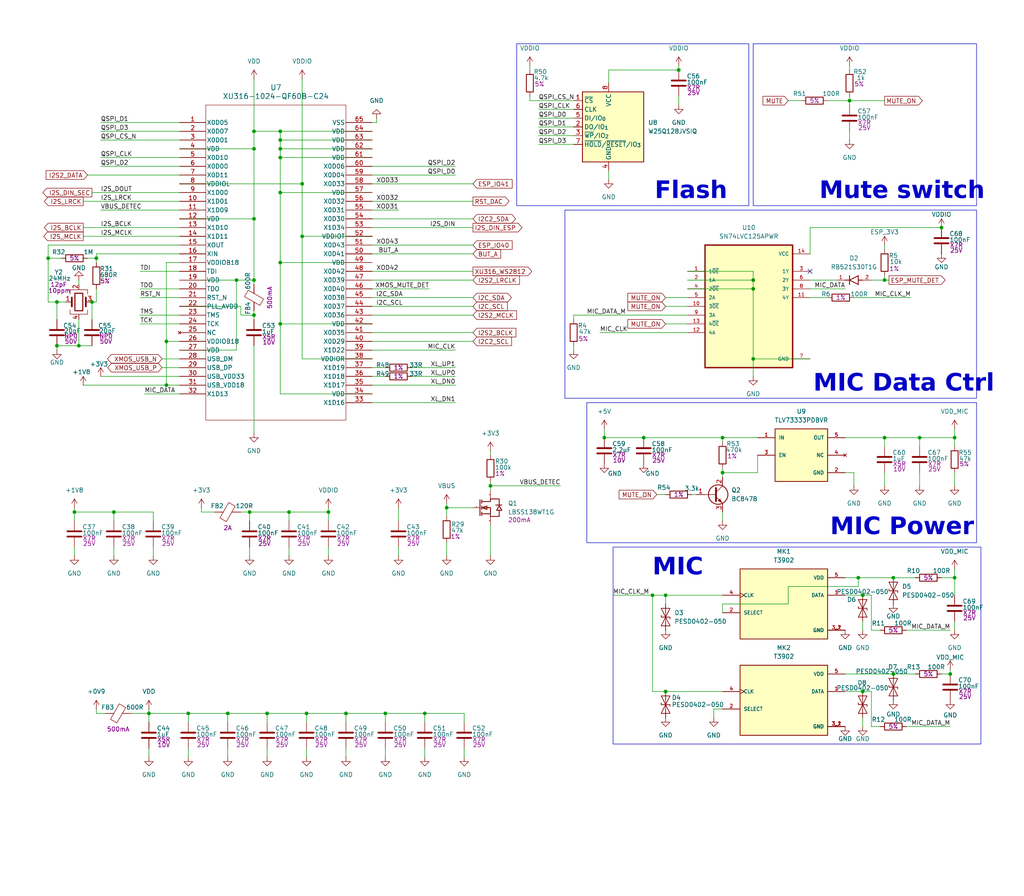
<source format=kicad_sch>
(kicad_sch (version 20250114) (generator "eeschema") (generator_version "9.0")
  (paper "User" 297 260)
  (title_block (title "Nest mini drop in PCB replacement") (rev "v1") (company "by iMike78 (inpired by Onju voice and HA VPE)"))
  (lib_symbols
    (symbol "Device:C" (pin_numbers (hide yes)) (pin_names (offset 0.254))
      (property "Reference" "C" (at 0.635 2.54 0))
      (property "Value" "C" (at 0.635 -2.54 0))
      (symbol "C_1_1"
        (pin passive line (at 0 3.81 270) (length 2.794) (name "~") (number "1"))
        (pin passive line (at 0 -3.81 90) (length 2.794) (name "~") (number "2"))
      )
    )
    (symbol "Device:Crystal_GND24" (pin_names (offset 1.016) (hide yes))
      (property "Reference" "Y" (at 3.175 5.08 0))
      (property "Value" "Crystal_GND24" (at 3.175 3.175 0))
      (symbol "Crystal_GND24_1_1"
        (pin passive line (at -3.81 0 0) (length 1.27) (name "1") (number "1"))
        (pin passive line (at 0 5.08 270) (length 1.27) (name "2") (number "2"))
        (pin passive line (at 0 -5.08 90) (length 1.27) (name "4") (number "4"))
        (pin passive line (at 3.81 0 180) (length 1.27) (name "3") (number "3"))
      )
    )
    (symbol "Device:FerriteBead" (pin_numbers (hide yes)) (pin_names (offset 0))
      (property "Reference" "FB" (at -3.81 0.635 90))
      (property "Value" "FerriteBead" (at 3.81 0 90))
      (symbol "FerriteBead_1_1"
        (pin passive line (at 0 3.81 270) (length 2.54) (name "~") (number "1"))
        (pin passive line (at 0 -3.81 90) (length 2.54) (name "~") (number "2"))
      )
    )
    (symbol "Device:R" (pin_numbers (hide yes)) (pin_names (offset 0))
      (property "Reference" "R" (at 2.032 0 90))
      (property "Value" "R" (at 0 0 90))
      (symbol "R_1_1"
        (pin passive line (at 0 3.81 270) (length 1.27) (name "~") (number "1"))
        (pin passive line (at 0 -3.81 90) (length 1.27) (name "~") (number "2"))
      )
    )
    (symbol "Diode:SZESD9B5.0ST5G" (pin_numbers (hide yes)) (pin_names (offset 1.016) (hide yes))
      (property "Reference" "D" (at 0 2.54 0))
      (property "Value" "SZESD9B5.0ST5G" (at 0 -2.54 0))
      (symbol "SZESD9B5.0ST5G_1_1"
        (pin passive line (at -3.81 0 0) (length 2.54) (name "A1") (number "1"))
        (pin passive line (at 3.81 0 180) (length 2.54) (name "A2") (number "2"))
      )
    )
    (symbol "Memory_Flash:W25Q128JVS"
      (property "Reference" "U" (at -6.35 11.43 0))
      (property "Value" "W25Q128JVS" (at 7.62 11.43 0))
      (symbol "W25Q128JVS_1_1"
        (pin input line (at -10.16 7.62 0) (length 2.54) (name "~{CS}") (number "1"))
        (pin input line (at -10.16 5.08 0) (length 2.54) (name "CLK") (number "6"))
        (pin bidirectional line (at -10.16 2.54 0) (length 2.54) (name "DI/IO_{0}") (number "5"))
        (pin bidirectional line (at -10.16 0 0) (length 2.54) (name "DO/IO_{1}") (number "2"))
        (pin bidirectional line (at -10.16 -2.54 0) (length 2.54) (name "~{WP}/IO_{2}") (number "3"))
        (pin bidirectional line (at -10.16 -5.08 0) (length 2.54) (name "~{HOLD}/~{RESET}/IO_{3}") (number "7"))
        (pin power_in line (at 0 12.7 270) (length 2.54) (name "VCC") (number "8"))
        (pin power_in line (at 0 -12.7 90) (length 2.54) (name "GND") (number "4"))
      )
    )
    (symbol "New_Library:+0V9" (power) (pin_numbers (hide yes)) (pin_names (offset 0) (hide yes))
      (property "Value" "+0V9" (at 0 3.556 0))
      (symbol "+0V9_1_1"
        (pin power_in line (at 0 0 90) (length 0) (name "~") (number "1"))
      )
    )
    (symbol "New_Library:ESP_3V3" (power) (pin_numbers (hide yes)) (pin_names (offset 0) (hide yes))
      (property "Value" "ESP_3V3" (at 0 3.556 0))
      (symbol "ESP_3V3_1_1"
        (pin power_in line (at 0 0 90) (length 0) (name "~") (number "1"))
      )
    )
    (symbol "New_Library:LBSS138WT1G"
      (property "Reference" "Q?" (at 0 0 0))
      (property "Value" "LBSS138WT1G" (at 0 0 0))
      (symbol "LBSS138WT1G_0_0"
        (pin unspecified line (at -5.08 0 0) (length 2.032) (name "G") (number "1"))
        (pin unspecified line (at 0 5.08 270) (length 2.54) (name "D") (number "3"))
        (pin unspecified line (at 0 -5.08 90) (length 2.54) (name "S") (number "2"))
      )
    )
    (symbol "New_Library:RB521S30T1G" (pin_names (offset 1.016))
      (property "Reference" "D" (at -5.08 2.54 0))
      (property "Value" "RB521S30T1G" (at -5.08 -3.81 0))
      (symbol "RB521S30T1G_0_0"
        (pin passive line (at -5.08 0 0) (length 2.54) (name "~") (number "2"))
        (pin passive line (at 5.08 0 180) (length 2.54) (name "~") (number "1"))
      )
    )
    (symbol "New_Library:SN74LVC125APWR" (pin_names (offset 1.016))
      (property "Reference" "U" (at -12.7 18.78 0))
      (property "Value" "SN74LVC125APWR" (at -12.7 -21.78 0))
      (symbol "SN74LVC125APWR_0_0"
        (pin input line (at -17.78 10.16 0) (length 5.08) (name "1~{OE}") (number "1"))
        (pin input line (at -17.78 7.62 0) (length 5.08) (name "1A") (number "2"))
        (pin input line (at -17.78 5.08 0) (length 5.08) (name "2~{OE}") (number "4"))
        (pin input line (at -17.78 2.54 0) (length 5.08) (name "2A") (number "5"))
        (pin input line (at -17.78 0 0) (length 5.08) (name "3~{OE}") (number "10"))
        (pin input line (at -17.78 -2.54 0) (length 5.08) (name "3A") (number "9"))
        (pin input line (at -17.78 -5.08 0) (length 5.08) (name "4~{OE}") (number "13"))
        (pin input line (at -17.78 -7.62 0) (length 5.08) (name "4A") (number "12"))
        (pin power_in line (at 17.78 15.24 180) (length 5.08) (name "VCC") (number "14"))
        (pin output line (at 17.78 10.16 180) (length 5.08) (name "1Y") (number "3"))
        (pin output line (at 17.78 7.62 180) (length 5.08) (name "2Y") (number "6"))
        (pin output line (at 17.78 5.08 180) (length 5.08) (name "3Y") (number "8"))
        (pin output line (at 17.78 2.54 180) (length 5.08) (name "4Y") (number "11"))
        (pin power_in line (at 17.78 -15.24 180) (length 5.08) (name "GND") (number "7"))
      )
    )
    (symbol "New_Library:T3902" (pin_names (offset 1.016))
      (property "Reference" "MK" (at -12.7 10.922 0))
      (property "Value" "T3902" (at -12.7 -12.7 0))
      (symbol "T3902_0_0"
        (pin input clock (at -17.78 2.54 0) (length 5.08) (name "CLK") (number "4"))
        (pin input line (at -17.78 -2.54 0) (length 5.08) (name "SELECT") (number "2"))
        (pin power_in line (at 17.78 7.62 180) (length 5.08) (name "VDD") (number "5"))
        (pin output line (at 17.78 2.54 180) (length 5.08) (name "DATA") (number "1"))
        (pin power_in line (at 17.78 -7.62 180) (length 5.08) (name "GND") (number "3_1"))
        (pin power_in line (at 17.78 -7.62 180) (length 5.08) (name "GND") (number "3_2"))
      )
    )
    (symbol "New_Library:TLV73333PDBVR" (pin_names (offset 1.016))
      (property "Reference" "U" (at -7.62 8.62 0))
      (property "Value" "TLV73333PDBVR" (at -7.62 -11.62 0))
      (symbol "TLV73333PDBVR_0_0"
        (pin input line (at -12.7 5.08 0) (length 5.08) (name "IN") (number "1"))
        (pin input line (at -12.7 0 0) (length 5.08) (name "EN") (number "3"))
        (pin output line (at 12.7 5.08 180) (length 5.08) (name "OUT") (number "5"))
        (pin no_connect line (at 12.7 0 180) (length 5.08) (name "NC") (number "4"))
        (pin power_in line (at 12.7 -5.08 180) (length 5.08) (name "GND") (number "2"))
      )
    )
    (symbol "New_Library:VBUS" (power) (pin_numbers (hide yes)) (pin_names (offset 0) (hide yes))
      (property "Value" "VBUS" (at 0 3.556 0))
      (symbol "VBUS_1_1"
        (pin power_in line (at 0 0 90) (length 0) (name "~") (number "1"))
      )
    )
    (symbol "New_Library:VDD" (power) (pin_numbers (hide yes)) (pin_names (offset 0) (hide yes))
      (property "Value" "VDD" (at 0 3.556 0))
      (symbol "VDD_1_1"
        (pin power_in line (at 0 0 90) (length 0) (name "~") (number "1"))
      )
    )
    (symbol "New_Library:VDDIO" (power) (pin_numbers (hide yes)) (pin_names (offset 0) (hide yes))
      (property "Value" "VDDIO" (at 0 3.556 0))
      (symbol "VDDIO_1_1"
        (pin power_in line (at 0 0 90) (length 0) (name "~") (number "1"))
      )
    )
    (symbol "New_Library:VDD_MIC" (power) (pin_numbers (hide yes)) (pin_names (offset 0) (hide yes))
      (property "Value" "VDD_MIC" (at 0 3.556 0))
      (symbol "VDD_MIC_1_1"
        (pin power_in line (at 0 0 90) (length 0) (name "~") (number "1"))
      )
    )
    (symbol "New_Library:XU316-1024-QF60B-C24" (pin_names (offset 0.254))
      (property "Reference" "U" (at 27.94 10.16 0))
      (property "Value" "XU316-1024-QF60B-C24" (at 27.94 7.62 0))
      (symbol "XU316-1024-QF60B-C24_0_1"
        (pin bidirectional line (at 0 0 0) (length 7.62) (name "X0D05") (number "1"))
        (pin bidirectional line (at 0 -2.54 0) (length 7.62) (name "X0D07") (number "2"))
        (pin bidirectional line (at 0 -5.08 0) (length 7.62) (name "X0D01") (number "3"))
        (pin power_in line (at 0 -7.62 0) (length 7.62) (name "VDD") (number "4"))
        (pin bidirectional line (at 0 -10.16 0) (length 7.62) (name "X0D10") (number "5"))
        (pin bidirectional line (at 0 -12.7 0) (length 7.62) (name "X0D00") (number "6"))
        (pin bidirectional line (at 0 -15.24 0) (length 7.62) (name "X0D11") (number "7"))
        (pin power_in line (at 0 -17.78 0) (length 7.62) (name "VDDIOL") (number "8"))
        (pin bidirectional line (at 0 -20.32 0) (length 7.62) (name "X1D00") (number "9"))
        (pin bidirectional line (at 0 -22.86 0) (length 7.62) (name "X1D01") (number "10"))
        (pin bidirectional line (at 0 -25.4 0) (length 7.62) (name "X1D09") (number "11"))
        (pin power_in line (at 0 -27.94 0) (length 7.62) (name "VDD") (number "12"))
        (pin bidirectional line (at 0 -30.48 0) (length 7.62) (name "X1D10") (number "13"))
        (pin bidirectional line (at 0 -33.02 0) (length 7.62) (name "X1D11") (number "14"))
        (pin output line (at 0 -35.56 0) (length 7.62) (name "XOUT") (number "15"))
        (pin unspecified line (at 0 -38.1 0) (length 7.62) (name "XIN") (number "16"))
        (pin power_in line (at 0 -40.64 0) (length 7.62) (name "VDDIOB18") (number "17"))
        (pin unspecified line (at 0 -43.18 0) (length 7.62) (name "TDI") (number "18"))
        (pin power_in line (at 0 -45.72 0) (length 7.62) (name "VDD") (number "19"))
        (pin unspecified line (at 0 -48.26 0) (length 7.62) (name "TDO") (number "20"))
        (pin unspecified line (at 0 -50.8 0) (length 7.62) (name "RST_N") (number "21"))
        (pin power_in line (at 0 -53.34 0) (length 7.62) (name "PLL_AVDD") (number "22"))
        (pin unspecified line (at 0 -55.88 0) (length 7.62) (name "TMS") (number "23"))
        (pin unspecified line (at 0 -58.42 0) (length 7.62) (name "TCK") (number "24"))
        (pin no_connect line (at 0 -60.96 0) (length 7.62) (name "NC") (number "25"))
        (pin power_in line (at 0 -63.5 0) (length 7.62) (name "VDDIOB18") (number "26"))
        (pin power_in line (at 0 -66.04 0) (length 7.62) (name "VDD") (number "27"))
        (pin unspecified line (at 0 -68.58 0) (length 7.62) (name "USB_DM") (number "28"))
        (pin unspecified line (at 0 -71.12 0) (length 7.62) (name "USB_DP") (number "29"))
        (pin power_in line (at 0 -73.66 0) (length 7.62) (name "USB_VDD33") (number "30"))
        (pin power_in line (at 0 -76.2 0) (length 7.62) (name "USB_VDD18") (number "31"))
        (pin bidirectional line (at 0 -78.74 0) (length 7.62) (name "X1D13") (number "32"))
        (pin power_out line (at 55.88 0 180) (length 7.62) (name "VSS") (number "65"))
        (pin power_in line (at 55.88 -2.54 180) (length 7.62) (name "VDD") (number "64"))
        (pin power_in line (at 55.88 -5.08 180) (length 7.62) (name "VDD") (number "63"))
        (pin power_in line (at 55.88 -7.62 180) (length 7.62) (name "VDD") (number "62"))
        (pin power_in line (at 55.88 -10.16 180) (length 7.62) (name "VDD") (number "61"))
        (pin bidirectional line (at 55.88 -12.7 180) (length 7.62) (name "X0D06") (number "60"))
        (pin bidirectional line (at 55.88 -15.24 180) (length 7.62) (name "X0D04") (number "59"))
        (pin bidirectional line (at 55.88 -17.78 180) (length 7.62) (name "X0D33") (number "58"))
        (pin power_in line (at 55.88 -20.32 180) (length 7.62) (name "VDD") (number "57"))
        (pin bidirectional line (at 55.88 -22.86 180) (length 7.62) (name "X0D32") (number "56"))
        (pin bidirectional line (at 55.88 -25.4 180) (length 7.62) (name "X0D31") (number "55"))
        (pin bidirectional line (at 55.88 -27.94 180) (length 7.62) (name "X0D30") (number "54"))
        (pin bidirectional line (at 55.88 -30.48 180) (length 7.62) (name "X1D34") (number "53"))
        (pin power_in line (at 55.88 -33.02 180) (length 7.62) (name "VDDIOT") (number "52"))
        (pin bidirectional line (at 55.88 -35.56 180) (length 7.62) (name "X0D43") (number "51"))
        (pin bidirectional line (at 55.88 -38.1 180) (length 7.62) (name "X0D41") (number "50"))
        (pin power_in line (at 55.88 -40.64 180) (length 7.62) (name "VDD") (number "49"))
        (pin bidirectional line (at 55.88 -43.18 180) (length 7.62) (name "X0D42") (number "48"))
        (pin bidirectional line (at 55.88 -45.72 180) (length 7.62) (name "X0D39") (number "47"))
        (pin bidirectional line (at 55.88 -48.26 180) (length 7.62) (name "X0D40") (number "46"))
        (pin bidirectional line (at 55.88 -50.8 180) (length 7.62) (name "X0D38") (number "45"))
        (pin bidirectional line (at 55.88 -53.34 180) (length 7.62) (name "X0D37") (number "44"))
        (pin bidirectional line (at 55.88 -55.88 180) (length 7.62) (name "X0D36") (number "43"))
        (pin power_in line (at 55.88 -58.42 180) (length 7.62) (name "VDD") (number "42"))
        (pin bidirectional line (at 55.88 -60.96 180) (length 7.62) (name "X0D35") (number "41"))
        (pin bidirectional line (at 55.88 -63.5 180) (length 7.62) (name "X0D29") (number "40"))
        (pin bidirectional line (at 55.88 -66.04 180) (length 7.62) (name "X1D22") (number "39"))
        (pin power_in line (at 55.88 -68.58 180) (length 7.62) (name "VDDIOR") (number "38"))
        (pin bidirectional line (at 55.88 -71.12 180) (length 7.62) (name "X1D19") (number "37"))
        (pin bidirectional line (at 55.88 -73.66 180) (length 7.62) (name "X1D18") (number "36"))
        (pin bidirectional line (at 55.88 -76.2 180) (length 7.62) (name "X1D17") (number "35"))
        (pin power_in line (at 55.88 -78.74 180) (length 7.62) (name "VDD") (number "34"))
        (pin bidirectional line (at 55.88 -81.28 180) (length 7.62) (name "X1D16") (number "33"))
      )
    )
    (symbol "Transistor_BJT:Q_NPN_BCE" (pin_names (offset 0) (hide yes))
      (property "Reference" "Q" (at 5.08 1.27 0))
      (property "Value" "Q_NPN_BCE" (at 5.08 -1.27 0))
      (symbol "Q_NPN_BCE_1_1"
        (pin input line (at -5.08 0 0) (length 2.54) (name "B") (number "1"))
        (pin passive line (at 2.54 5.08 270) (length 2.54) (name "C") (number "2"))
        (pin passive line (at 2.54 -5.08 90) (length 2.54) (name "E") (number "3"))
      )
    )
    (symbol "power:+1V8" (power) (pin_numbers (hide yes)) (pin_names (offset 0) (hide yes))
      (property "Value" "+1V8" (at 0 3.556 0))
      (symbol "+1V8_1_1"
        (pin power_in line (at 0 0 90) (length 0) (name "~") (number "1"))
      )
    )
    (symbol "power:+3V3" (power) (pin_numbers (hide yes)) (pin_names (offset 0) (hide yes))
      (property "Value" "+3V3" (at 0 3.556 0))
      (symbol "+3V3_1_1"
        (pin power_in line (at 0 0 90) (length 0) (name "~") (number "1"))
      )
    )
    (symbol "power:+5V" (power) (pin_numbers (hide yes)) (pin_names (offset 0) (hide yes))
      (property "Value" "+5V" (at 0 3.556 0))
      (symbol "+5V_1_1"
        (pin power_in line (at 0 0 90) (length 0) (name "~") (number "1"))
      )
    )
    (symbol "power:GND" (power) (pin_numbers (hide yes)) (pin_names (offset 0) (hide yes))
      (property "Value" "GND" (at 0 -3.81 0))
      (symbol "GND_1_1"
        (pin power_in line (at 0 0 270) (length 0) (name "~") (number "1"))
      )
    )
  )
  (rectangle (start 177.8 158.75) (end 284.48 215.9))
  (rectangle (start 149.86 12.7) (end 217.17 59.69))
  (rectangle (start 170.18 116.84) (end 283.21 157.48))
  (rectangle (start 218.44 12.7) (end 283.21 59.69))
  (rectangle (start 163.83 60.96) (end 283.21 115.57))
  (text "Flash" (at 200.406 56.896 0) (effects (font (size 5 5) (bold yes))))
  (text "MIC" (at 196.596 166.116 0) (effects (font (size 5 5) (bold yes))))
  (text "Mute switch" (at 261.62 56.896 0) (effects (font (size 5 5) (bold yes))))
  (text "MIC Power\n" (at 261.62 154.432 0) (effects (font (size 5 5) (bold yes))))
  (text "MIC Data Ctrl" (at 262.128 112.776 0) (effects (font (size 5 5) (bold yes))))
  (junction (at 87.63 68.58))
  (junction (at 248.92 167.64))
  (junction (at 81.28 40.64))
  (junction (at 100.33 207.01))
  (junction (at 95.25 148.59))
  (junction (at 48.26 111.76))
  (junction (at 209.55 137.16))
  (junction (at 111.76 207.01))
  (junction (at 218.44 104.14))
  (junction (at 142.24 140.97))
  (junction (at 193.04 172.72))
  (junction (at 266.7 127))
  (junction (at 73.66 81.28))
  (junction (at 81.28 38.1))
  (junction (at 189.23 172.72))
  (junction (at 87.63 53.34))
  (junction (at 250.19 200.66))
  (junction (at 81.28 76.2))
  (junction (at 246.38 29.21))
  (junction (at 73.66 63.5))
  (junction (at 26.67 87.63))
  (junction (at 73.66 43.18))
  (junction (at 22.86 100.33))
  (junction (at 259.08 167.64))
  (junction (at 72.39 148.59))
  (junction (at 276.86 127))
  (junction (at 81.28 55.88))
  (junction (at 218.44 81.28))
  (junction (at 193.04 200.66))
  (junction (at 16.51 100.33))
  (junction (at 83.82 148.59))
  (junction (at 81.28 45.72))
  (junction (at 21.59 148.59))
  (junction (at 259.08 195.58))
  (junction (at 175.26 127))
  (junction (at 81.28 43.18))
  (junction (at 88.9 207.01))
  (junction (at 43.18 207.01))
  (junction (at 68.58 81.28))
  (junction (at 129.54 147.32))
  (junction (at 66.04 207.01))
  (junction (at 275.59 195.58))
  (junction (at 209.55 127))
  (junction (at 256.54 81.28))
  (junction (at 81.28 93.98))
  (junction (at 196.85 20.32))
  (junction (at 77.47 207.01))
  (junction (at 218.44 83.82))
  (junction (at 256.54 127))
  (junction (at 123.19 207.01))
  (junction (at 276.86 167.64))
  (junction (at 33.02 148.59))
  (junction (at 13.97 74.93))
  (junction (at 73.66 91.44))
  (junction (at 48.26 99.06))
  (junction (at 27.94 74.93))
  (junction (at 250.19 172.72))
  (junction (at 54.61 207.01))
  (junction (at 186.69 127))
  (junction (at 73.66 38.1))
  (junction (at 273.05 66.04))
  (junction (at 16.51 87.63))
  (no_connect (at 234.95 78.74))
  (wire (pts (xy 29.21 45.72) (xy 52.07 45.72)))
  (wire (pts (xy 107.95 76.2) (xy 81.28 76.2)))
  (wire (pts (xy 81.28 93.98) (xy 81.28 114.3)))
  (wire (pts (xy 156.21 34.29) (xy 166.37 34.29)))
  (wire (pts (xy 52.07 88.9) (xy 69.85 88.9)))
  (wire (pts (xy 193.04 172.72) (xy 193.04 175.26)))
  (wire (pts (xy 27.94 207.01) (xy 30.48 207.01)))
  (wire (pts (xy 109.22 34.29) (xy 109.22 35.56)))
  (wire (pts (xy 218.44 104.14) (xy 218.44 109.22)))
  (wire (pts (xy 107.95 71.12) (xy 137.16 71.12)))
  (wire (pts (xy 199.39 78.74) (xy 218.44 78.74)))
  (wire (pts (xy 123.19 207.01) (xy 134.62 207.01)))
  (wire (pts (xy 95.25 158.75) (xy 95.25 161.29)))
  (wire (pts (xy 115.57 147.32) (xy 115.57 151.13)))
  (wire (pts (xy 26.67 87.63) (xy 26.67 92.71)))
  (wire (pts (xy 48.26 99.06) (xy 48.26 111.76)))
  (wire (pts (xy 115.57 158.75) (xy 115.57 161.29)))
  (wire (pts (xy 43.18 207.01) (xy 43.18 209.55)))
  (wire (pts (xy 262.89 210.82) (xy 275.59 210.82)))
  (wire (pts (xy 52.07 109.22) (xy 29.21 109.22)))
  (wire (pts (xy 248.92 170.18) (xy 248.92 167.64)))
  (wire (pts (xy 228.6 170.18) (xy 248.92 170.18)))
  (wire (pts (xy 26.67 55.88) (xy 52.07 55.88)))
  (wire (pts (xy 209.55 148.59) (xy 209.55 151.13)))
  (wire (pts (xy 77.47 207.01) (xy 77.47 209.55)))
  (wire (pts (xy 25.4 74.93) (xy 27.94 74.93)))
  (wire (pts (xy 209.55 175.26) (xy 228.6 175.26)))
  (wire (pts (xy 107.95 93.98) (xy 81.28 93.98)))
  (wire (pts (xy 87.63 104.14) (xy 107.95 104.14)))
  (wire (pts (xy 27.94 205.74) (xy 27.94 207.01)))
  (wire (pts (xy 252.73 81.28) (xy 256.54 81.28)))
  (wire (pts (xy 107.95 78.74) (xy 137.16 78.74)))
  (wire (pts (xy 100.33 217.17) (xy 100.33 219.71)))
  (wire (pts (xy 266.7 137.16) (xy 266.7 140.97)))
  (wire (pts (xy 66.04 217.17) (xy 66.04 219.71)))
  (wire (pts (xy 88.9 217.17) (xy 88.9 219.71)))
  (wire (pts (xy 107.95 106.68) (xy 111.76 106.68)))
  (wire (pts (xy 73.66 63.5) (xy 73.66 81.28)))
  (wire (pts (xy 209.55 177.8) (xy 209.55 175.26)))
  (wire (pts (xy 16.51 100.33) (xy 22.86 100.33)))
  (wire (pts (xy 87.63 68.58) (xy 87.63 104.14)))
  (wire (pts (xy 245.11 200.66) (xy 250.19 200.66)))
  (wire (pts (xy 52.07 73.66) (xy 27.94 73.66)))
  (wire (pts (xy 196.85 27.94) (xy 196.85 30.48)))
  (wire (pts (xy 95.25 147.32) (xy 95.25 148.59)))
  (wire (pts (xy 107.95 66.04) (xy 137.16 66.04)))
  (wire (pts (xy 107.95 58.42) (xy 137.16 58.42)))
  (wire (pts (xy 186.69 127) (xy 209.55 127)))
  (wire (pts (xy 73.66 90.17) (xy 73.66 91.44)))
  (wire (pts (xy 256.54 127) (xy 266.7 127)))
  (wire (pts (xy 218.44 78.74) (xy 218.44 81.28)))
  (wire (pts (xy 29.21 38.1) (xy 52.07 38.1)))
  (wire (pts (xy 58.42 148.59) (xy 62.23 148.59)))
  (wire (pts (xy 207.01 208.28) (xy 207.01 205.74)))
  (wire (pts (xy 81.28 43.18) (xy 81.28 45.72)))
  (wire (pts (xy 66.04 207.01) (xy 77.47 207.01)))
  (wire (pts (xy 107.95 83.82) (xy 124.46 83.82)))
  (wire (pts (xy 77.47 207.01) (xy 88.9 207.01)))
  (wire (pts (xy 228.6 175.26) (xy 228.6 170.18)))
  (wire (pts (xy 52.07 43.18) (xy 73.66 43.18)))
  (wire (pts (xy 58.42 147.32) (xy 58.42 148.59)))
  (wire (pts (xy 107.95 114.3) (xy 81.28 114.3)))
  (wire (pts (xy 13.97 74.93) (xy 13.97 87.63)))
  (wire (pts (xy 83.82 158.75) (xy 83.82 161.29)))
  (wire (pts (xy 266.7 127) (xy 276.86 127)))
  (wire (pts (xy 276.86 124.46) (xy 276.86 127)))
  (wire (pts (xy 256.54 71.12) (xy 256.54 72.39)))
  (wire (pts (xy 193.04 172.72) (xy 209.55 172.72)))
  (wire (pts (xy 107.95 88.9) (xy 137.16 88.9)))
  (wire (pts (xy 199.39 83.82) (xy 218.44 83.82)))
  (wire (pts (xy 107.95 101.6) (xy 132.08 101.6)))
  (wire (pts (xy 142.24 130.81) (xy 142.24 132.08)))
  (wire (pts (xy 46.99 106.68) (xy 52.07 106.68)))
  (wire (pts (xy 87.63 68.58) (xy 107.95 68.58)))
  (wire (pts (xy 234.95 66.04) (xy 273.05 66.04)))
  (wire (pts (xy 33.02 158.75) (xy 33.02 161.29)))
  (wire (pts (xy 218.44 83.82) (xy 218.44 104.14)))
  (wire (pts (xy 27.94 87.63) (xy 26.67 87.63)))
  (wire (pts (xy 175.26 127) (xy 186.69 127)))
  (wire (pts (xy 73.66 91.44) (xy 73.66 92.71)))
  (wire (pts (xy 27.94 74.93) (xy 27.94 76.2)))
  (wire (pts (xy 245.11 137.16) (xy 247.65 137.16)))
  (wire (pts (xy 234.95 73.66) (xy 234.95 66.04)))
  (wire (pts (xy 29.21 60.96) (xy 52.07 60.96)))
  (wire (pts (xy 81.28 40.64) (xy 81.28 43.18)))
  (wire (pts (xy 276.86 180.34) (xy 276.86 182.88)))
  (wire (pts (xy 69.85 91.44) (xy 73.66 91.44)))
  (wire (pts (xy 156.21 41.91) (xy 166.37 41.91)))
  (wire (pts (xy 193.04 86.36) (xy 199.39 86.36)))
  (wire (pts (xy 209.55 135.89) (xy 209.55 137.16)))
  (wire (pts (xy 73.66 81.28) (xy 73.66 82.55)))
  (wire (pts (xy 81.28 38.1) (xy 81.28 40.64)))
  (wire (pts (xy 81.28 55.88) (xy 81.28 76.2)))
  (wire (pts (xy 52.07 111.76) (xy 48.26 111.76)))
  (wire (pts (xy 29.21 40.64) (xy 52.07 40.64)))
  (wire (pts (xy 43.18 205.74) (xy 43.18 207.01)))
  (wire (pts (xy 54.61 217.17) (xy 54.61 219.71)))
  (wire (pts (xy 87.63 53.34) (xy 87.63 68.58)))
  (wire (pts (xy 129.54 146.05) (xy 129.54 147.32)))
  (wire (pts (xy 33.02 148.59) (xy 33.02 151.13)))
  (wire (pts (xy 273.05 195.58) (xy 275.59 195.58)))
  (wire (pts (xy 209.55 137.16) (xy 209.55 138.43)))
  (wire (pts (xy 77.47 217.17) (xy 77.47 219.71)))
  (wire (pts (xy 153.67 29.21) (xy 166.37 29.21)))
  (wire (pts (xy 123.19 207.01) (xy 123.19 209.55)))
  (wire (pts (xy 111.76 207.01) (xy 123.19 207.01)))
  (wire (pts (xy 73.66 100.33) (xy 73.66 125.73)))
  (wire (pts (xy 190.5 143.51) (xy 193.04 143.51)))
  (wire (pts (xy 156.21 31.75) (xy 166.37 31.75)))
  (wire (pts (xy 245.11 195.58) (xy 259.08 195.58)))
  (wire (pts (xy 276.86 165.1) (xy 276.86 167.64)))
  (wire (pts (xy 48.26 111.76) (xy 24.13 111.76)))
  (wire (pts (xy 43.18 217.17) (xy 43.18 219.71)))
  (wire (pts (xy 22.86 100.33) (xy 26.67 100.33)))
  (wire (pts (xy 16.51 87.63) (xy 19.05 87.63)))
  (wire (pts (xy 40.64 86.36) (xy 52.07 86.36)))
  (wire (pts (xy 156.21 36.83) (xy 166.37 36.83)))
  (wire (pts (xy 134.62 217.17) (xy 134.62 219.71)))
  (wire (pts (xy 246.38 27.94) (xy 246.38 29.21)))
  (wire (pts (xy 69.85 148.59) (xy 72.39 148.59)))
  (wire (pts (xy 44.45 158.75) (xy 44.45 161.29)))
  (wire (pts (xy 119.38 109.22) (xy 132.08 109.22)))
  (wire (pts (xy 266.7 127) (xy 266.7 129.54)))
  (wire (pts (xy 73.66 43.18) (xy 73.66 63.5)))
  (wire (pts (xy 153.67 19.05) (xy 153.67 20.32)))
  (wire (pts (xy 68.58 81.28) (xy 73.66 81.28)))
  (wire (pts (xy 52.07 81.28) (xy 68.58 81.28)))
  (wire (pts (xy 276.86 167.64) (xy 276.86 172.72)))
  (wire (pts (xy 246.38 29.21) (xy 246.38 30.48)))
  (wire (pts (xy 52.07 63.5) (xy 73.66 63.5)))
  (wire (pts (xy 29.21 48.26) (xy 52.07 48.26)))
  (wire (pts (xy 193.04 200.66) (xy 209.55 200.66)))
  (wire (pts (xy 175.26 124.46) (xy 175.26 127)))
  (wire (pts (xy 234.95 86.36) (xy 240.03 86.36)))
  (wire (pts (xy 123.19 217.17) (xy 123.19 219.71)))
  (wire (pts (xy 100.33 207.01) (xy 111.76 207.01)))
  (wire (pts (xy 16.51 100.33) (xy 16.51 101.6)))
  (wire (pts (xy 219.71 137.16) (xy 209.55 137.16)))
  (wire (pts (xy 275.59 194.31) (xy 275.59 195.58)))
  (wire (pts (xy 189.23 200.66) (xy 193.04 200.66)))
  (wire (pts (xy 24.13 58.42) (xy 52.07 58.42)))
  (wire (pts (xy 156.21 39.37) (xy 166.37 39.37)))
  (wire (pts (xy 142.24 140.97) (xy 142.24 142.24)))
  (wire (pts (xy 40.64 78.74) (xy 52.07 78.74)))
  (wire (pts (xy 83.82 148.59) (xy 83.82 151.13)))
  (wire (pts (xy 13.97 74.93) (xy 17.78 74.93)))
  (wire (pts (xy 22.86 81.28) (xy 22.86 82.55)))
  (wire (pts (xy 52.07 71.12) (xy 13.97 71.12)))
  (wire (pts (xy 52.07 76.2) (xy 48.26 76.2)))
  (wire (pts (xy 255.27 182.88) (xy 252.73 182.88)))
  (wire (pts (xy 46.99 104.14) (xy 52.07 104.14)))
  (wire (pts (xy 100.33 207.01) (xy 100.33 209.55)))
  (wire (pts (xy 43.18 207.01) (xy 54.61 207.01)))
  (wire (pts (xy 142.24 152.4) (xy 142.24 161.29)))
  (wire (pts (xy 166.37 100.33) (xy 166.37 101.6)))
  (wire (pts (xy 262.89 182.88) (xy 275.59 182.88)))
  (wire (pts (xy 81.28 45.72) (xy 107.95 45.72)))
  (wire (pts (xy 196.85 19.05) (xy 196.85 20.32)))
  (wire (pts (xy 81.28 40.64) (xy 107.95 40.64)))
  (wire (pts (xy 273.05 167.64) (xy 276.86 167.64)))
  (wire (pts (xy 252.73 210.82) (xy 252.73 200.66)))
  (wire (pts (xy 66.04 207.01) (xy 66.04 209.55)))
  (wire (pts (xy 107.95 91.44) (xy 137.16 91.44)))
  (wire (pts (xy 218.44 81.28) (xy 218.44 83.82)))
  (wire (pts (xy 72.39 148.59) (xy 72.39 151.13)))
  (wire (pts (xy 134.62 207.01) (xy 134.62 209.55)))
  (wire (pts (xy 25.4 50.8) (xy 52.07 50.8)))
  (wire (pts (xy 189.23 172.72) (xy 193.04 172.72)))
  (wire (pts (xy 166.37 92.71) (xy 166.37 91.44)))
  (wire (pts (xy 52.07 101.6) (xy 68.58 101.6)))
  (wire (pts (xy 234.95 83.82) (xy 245.11 83.82)))
  (wire (pts (xy 248.92 167.64) (xy 259.08 167.64)))
  (wire (pts (xy 107.95 55.88) (xy 81.28 55.88)))
  (wire (pts (xy 73.66 22.86) (xy 73.66 38.1)))
  (wire (pts (xy 88.9 207.01) (xy 88.9 209.55)))
  (wire (pts (xy 107.95 109.22) (xy 111.76 109.22)))
  (wire (pts (xy 246.38 29.21) (xy 256.54 29.21)))
  (wire (pts (xy 259.08 195.58) (xy 265.43 195.58)))
  (wire (pts (xy 252.73 172.72) (xy 250.19 172.72)))
  (wire (pts (xy 111.76 207.01) (xy 111.76 209.55)))
  (wire (pts (xy 107.95 111.76) (xy 132.08 111.76)))
  (wire (pts (xy 107.95 50.8) (xy 132.08 50.8)))
  (wire (pts (xy 245.11 127) (xy 256.54 127)))
  (wire (pts (xy 129.54 147.32) (xy 129.54 149.86)))
  (wire (pts (xy 250.19 210.82) (xy 250.19 208.28)))
  (wire (pts (xy 240.03 29.21) (xy 246.38 29.21)))
  (wire (pts (xy 276.86 127) (xy 276.86 129.54)))
  (wire (pts (xy 209.55 127) (xy 209.55 128.27)))
  (wire (pts (xy 107.95 81.28) (xy 137.16 81.28)))
  (wire (pts (xy 40.64 83.82) (xy 52.07 83.82)))
  (wire (pts (xy 252.73 182.88) (xy 252.73 172.72)))
  (wire (pts (xy 218.44 104.14) (xy 234.95 104.14)))
  (wire (pts (xy 81.28 43.18) (xy 107.95 43.18)))
  (wire (pts (xy 54.61 207.01) (xy 66.04 207.01)))
  (wire (pts (xy 41.91 114.3) (xy 52.07 114.3)))
  (wire (pts (xy 107.95 48.26) (xy 132.08 48.26)))
  (wire (pts (xy 29.21 35.56) (xy 52.07 35.56)))
  (wire (pts (xy 40.64 91.44) (xy 52.07 91.44)))
  (wire (pts (xy 173.99 96.52) (xy 199.39 96.52)))
  (wire (pts (xy 24.13 68.58) (xy 52.07 68.58)))
  (wire (pts (xy 166.37 91.44) (xy 199.39 91.44)))
  (wire (pts (xy 22.86 92.71) (xy 22.86 100.33)))
  (wire (pts (xy 176.53 49.53) (xy 176.53 52.07)))
  (wire (pts (xy 21.59 158.75) (xy 21.59 161.29)))
  (wire (pts (xy 40.64 93.98) (xy 52.07 93.98)))
  (wire (pts (xy 48.26 76.2) (xy 48.26 99.06)))
  (wire (pts (xy 88.9 207.01) (xy 100.33 207.01)))
  (wire (pts (xy 72.39 148.59) (xy 83.82 148.59)))
  (wire (pts (xy 207.01 205.74) (xy 209.55 205.74)))
  (wire (pts (xy 33.02 148.59) (xy 21.59 148.59)))
  (wire (pts (xy 246.38 19.05) (xy 246.38 20.32)))
  (wire (pts (xy 107.95 96.52) (xy 137.16 96.52)))
  (wire (pts (xy 196.85 20.32) (xy 176.53 20.32)))
  (wire (pts (xy 177.8 172.72) (xy 189.23 172.72)))
  (wire (pts (xy 276.86 137.16) (xy 276.86 140.97)))
  (wire (pts (xy 189.23 200.66) (xy 189.23 172.72)))
  (wire (pts (xy 129.54 157.48) (xy 129.54 161.29)))
  (wire (pts (xy 234.95 81.28) (xy 242.57 81.28)))
  (wire (pts (xy 219.71 132.08) (xy 219.71 137.16)))
  (wire (pts (xy 68.58 101.6) (xy 68.58 81.28)))
  (wire (pts (xy 176.53 20.32) (xy 176.53 24.13)))
  (wire (pts (xy 52.07 53.34) (xy 87.63 53.34)))
  (wire (pts (xy 54.61 207.01) (xy 54.61 209.55)))
  (wire (pts (xy 24.13 66.04) (xy 52.07 66.04)))
  (wire (pts (xy 107.95 73.66) (xy 137.16 73.66)))
  (wire (pts (xy 252.73 200.66) (xy 250.19 200.66)))
  (wire (pts (xy 16.51 87.63) (xy 16.51 92.71)))
  (wire (pts (xy 256.54 137.16) (xy 256.54 140.97)))
  (wire (pts (xy 247.65 137.16) (xy 247.65 140.97)))
  (wire (pts (xy 44.45 151.13) (xy 44.45 148.59)))
  (wire (pts (xy 246.38 38.1) (xy 246.38 40.64)))
  (wire (pts (xy 142.24 140.97) (xy 162.56 140.97)))
  (wire (pts (xy 21.59 148.59) (xy 21.59 151.13)))
  (wire (pts (xy 38.1 207.01) (xy 43.18 207.01)))
  (wire (pts (xy 256.54 127) (xy 256.54 129.54)))
  (wire (pts (xy 44.45 148.59) (xy 33.02 148.59)))
  (wire (pts (xy 200.66 143.51) (xy 201.93 143.51)))
  (wire (pts (xy 81.28 76.2) (xy 81.28 93.98)))
  (wire (pts (xy 21.59 147.32) (xy 21.59 148.59)))
  (wire (pts (xy 27.94 73.66) (xy 27.94 74.93)))
  (wire (pts (xy 73.66 38.1) (xy 81.28 38.1)))
  (wire (pts (xy 107.95 38.1) (xy 81.28 38.1)))
  (wire (pts (xy 256.54 80.01) (xy 256.54 81.28)))
  (wire (pts (xy 52.07 99.06) (xy 48.26 99.06)))
  (wire (pts (xy 142.24 139.7) (xy 142.24 140.97)))
  (wire (pts (xy 193.04 93.98) (xy 199.39 93.98)))
  (wire (pts (xy 209.55 127) (xy 219.71 127)))
  (wire (pts (xy 245.11 172.72) (xy 250.19 172.72)))
  (wire (pts (xy 245.11 167.64) (xy 248.92 167.64)))
  (wire (pts (xy 119.38 106.68) (xy 132.08 106.68)))
  (wire (pts (xy 107.95 86.36) (xy 137.16 86.36)))
  (wire (pts (xy 87.63 22.86) (xy 87.63 53.34)))
  (wire (pts (xy 129.54 147.32) (xy 137.16 147.32)))
  (wire (pts (xy 95.25 148.59) (xy 95.25 151.13)))
  (wire (pts (xy 107.95 53.34) (xy 137.16 53.34)))
  (wire (pts (xy 69.85 88.9) (xy 69.85 91.44)))
  (wire (pts (xy 228.6 29.21) (xy 232.41 29.21)))
  (wire (pts (xy 193.04 88.9) (xy 199.39 88.9)))
  (wire (pts (xy 73.66 38.1) (xy 73.66 43.18)))
  (wire (pts (xy 255.27 210.82) (xy 252.73 210.82)))
  (wire (pts (xy 247.65 86.36) (xy 264.16 86.36)))
  (wire (pts (xy 107.95 60.96) (xy 115.57 60.96)))
  (wire (pts (xy 259.08 167.64) (xy 265.43 167.64)))
  (wire (pts (xy 107.95 63.5) (xy 137.16 63.5)))
  (wire (pts (xy 13.97 87.63) (xy 16.51 87.63)))
  (wire (pts (xy 83.82 148.59) (xy 95.25 148.59)))
  (wire (pts (xy 72.39 158.75) (xy 72.39 161.29)))
  (wire (pts (xy 107.95 99.06) (xy 137.16 99.06)))
  (wire (pts (xy 109.22 35.56) (xy 107.95 35.56)))
  (wire (pts (xy 107.95 116.84) (xy 132.08 116.84)))
  (wire (pts (xy 27.94 83.82) (xy 27.94 87.63)))
  (wire (pts (xy 153.67 27.94) (xy 153.67 29.21)))
  (wire (pts (xy 199.39 81.28) (xy 218.44 81.28)))
  (wire (pts (xy 81.28 45.72) (xy 81.28 55.88)))
  (wire (pts (xy 111.76 217.17) (xy 111.76 219.71)))
  (wire (pts (xy 13.97 71.12) (xy 13.97 74.93)))
  (wire (pts (xy 256.54 81.28) (xy 257.81 81.28)))
  (wire (pts (xy 250.19 182.88) (xy 250.19 180.34)))
  (label "BUT_A" (at 115.57 73.66 180))
  (label "QSPI_D0" (at 132.08 50.8 180))
  (label "I2S_DOUT" (at 29.21 55.88 0))
  (label "VBUS_DETEC" (at 29.21 60.96 0))
  (label "I2S_MCLK" (at 29.21 68.58 0))
  (label "QSPI_D1" (at 156.21 36.83 0))
  (label "XL_UP1" (at 132.08 106.68 180))
  (label "TDO" (at 40.64 83.82 0))
  (label "MIC_DATA_M" (at 170.18 91.44 0))
  (label "XOD42" (at 115.57 78.74 180))
  (label "MIC_DATA_M" (at 275.59 182.88 180))
  (label "I2S_BCLK" (at 29.21 66.04 0))
  (label "RST_N" (at 40.64 86.36 0))
  (label "QSPI_CLK" (at 156.21 31.75 0))
  (label "XOD43" (at 115.57 71.12 180))
  (label "QSPI_CLK" (at 29.21 45.72 0))
  (label "TMS" (at 40.64 91.44 0))
  (label "XL_UP0" (at 132.08 109.22 180))
  (label "MIC_CLK_M" (at 264.16 86.36 180))
  (label "XOD31" (at 115.57 60.96 180))
  (label "MIC_CLK" (at 132.08 101.6 180))
  (label "QSPI_D2" (at 156.21 39.37 0))
  (label "QSPI_CS_N" (at 156.21 29.21 0))
  (label "QSPI_D2" (at 132.08 48.26 180))
  (label "XL_DN1" (at 132.08 116.84 180))
  (label "MIC_CLK_M" (at 177.8 172.72 0))
  (label "TDI" (at 40.64 78.74 0))
  (label "QSPI_CS_N" (at 29.21 40.64 0))
  (label "I2C_SDA" (at 116.84 86.36 180))
  (label "MIC_DATA_M" (at 275.59 210.82 180))
  (label "MIC_CLK" (at 173.99 96.52 0))
  (label "MIC_DATA" (at 41.91 114.3 0))
  (label "I2C_SCL" (at 116.84 88.9 180))
  (label "MIC_DATA" (at 245.11 83.82 180))
  (label "XMOS_MUTE_DET" (at 124.46 83.82 180))
  (label "TCK" (at 40.64 93.98 0))
  (label "QSPI_D1" (at 29.21 35.56 0))
  (label "QSPI_D3" (at 156.21 41.91 0))
  (label "QSPI_D0" (at 156.21 34.29 0))
  (label "VBUS_DETEC" (at 162.56 140.97 180))
  (label "XOD32" (at 115.57 58.42 180))
  (label "QSPI_D3" (at 29.21 38.1 0))
  (label "I2S_LRCK" (at 29.21 58.42 0))
  (label "XL_DN0" (at 132.08 111.76 180))
  (label "XOD33" (at 115.57 53.34 180))
  (label "I2S_DIN" (at 132.08 66.04 180))
  (label "QSPI_D2" (at 29.21 48.26 0))
  (global_label "I2S2_BCLK" (shape input) (at 137.16 96.52 0) (property "Intersheetrefs" "${INTERSHEET_REFS}" (effects (hide yes))))
  (global_label "ESP_MUTE_DET" (shape output) (at 257.81 81.28 0) (property "Intersheetrefs" "${INTERSHEET_REFS}" (effects (hide yes))))
  (global_label "MUTE_ON" (shape input) (at 190.5 143.51 180) (property "Intersheetrefs" "${INTERSHEET_REFS}" (effects (hide yes))))
  (global_label "ESP_IO41" (shape input) (at 137.16 53.34 0) (property "Intersheetrefs" "${INTERSHEET_REFS}" (effects (hide yes))))
  (global_label "ESP_IO40" (shape input) (at 137.16 71.12 0) (property "Intersheetrefs" "${INTERSHEET_REFS}" (effects (hide yes))))
  (global_label "MUTE_ON" (shape input) (at 193.04 93.98 180) (property "Intersheetrefs" "${INTERSHEET_REFS}" (effects (hide yes))))
  (global_label "MUTE_ON" (shape output) (at 256.54 29.21 0) (property "Intersheetrefs" "${INTERSHEET_REFS}" (effects (hide yes))))
  (global_label "I2S_DIN_SEC" (shape output) (at 26.67 55.88 180) (property "Intersheetrefs" "${INTERSHEET_REFS}" (effects (hide yes))))
  (global_label "I2C_SCL" (shape input) (at 137.16 88.9 0) (property "Intersheetrefs" "${INTERSHEET_REFS}" (effects (hide yes))))
  (global_label "MUTE_ON" (shape input) (at 193.04 88.9 180) (property "Intersheetrefs" "${INTERSHEET_REFS}" (effects (hide yes))))
  (global_label "I2C2_SCL" (shape input) (at 137.16 99.06 0) (property "Intersheetrefs" "${INTERSHEET_REFS}" (effects (hide yes))))
  (global_label "I2S_DIN_ESP" (shape output) (at 137.16 66.04 0) (property "Intersheetrefs" "${INTERSHEET_REFS}" (effects (hide yes))))
  (global_label "I2S2_LRCLK" (shape input) (at 137.16 81.28 0) (property "Intersheetrefs" "${INTERSHEET_REFS}" (effects (hide yes))))
  (global_label "I2C_SDA" (shape bidirectional) (at 137.16 86.36 0) (property "Intersheetrefs" "${INTERSHEET_REFS}" (effects (hide yes))))
  (global_label "MUTE_ON" (shape input) (at 193.04 86.36 180) (property "Intersheetrefs" "${INTERSHEET_REFS}" (effects (hide yes))))
  (global_label "I2S2_DATA" (shape input) (at 25.4 50.8 180) (property "Intersheetrefs" "${INTERSHEET_REFS}" (effects (hide yes))))
  (global_label "I2C2_SDA" (shape bidirectional) (at 137.16 63.5 0) (property "Intersheetrefs" "${INTERSHEET_REFS}" (effects (hide yes))))
  (global_label "BUT_A" (shape input) (at 137.16 73.66 0) (property "Intersheetrefs" "${INTERSHEET_REFS}" (effects (hide yes))))
  (global_label "MUTE" (shape input) (at 228.6 29.21 180) (property "Intersheetrefs" "${INTERSHEET_REFS}" (effects (hide yes))))
  (global_label "I2S_LRCK" (shape output) (at 24.13 58.42 180) (property "Intersheetrefs" "${INTERSHEET_REFS}" (effects (hide yes))))
  (global_label "XMOS_USB_P" (shape bidirectional) (at 46.99 106.68 180) (property "Intersheetrefs" "${INTERSHEET_REFS}" (effects (hide yes))))
  (global_label "RST_DAC" (shape output) (at 137.16 58.42 0) (property "Intersheetrefs" "${INTERSHEET_REFS}" (effects (hide yes))))
  (global_label "I2S_MCLK" (shape output) (at 24.13 68.58 180) (property "Intersheetrefs" "${INTERSHEET_REFS}" (effects (hide yes))))
  (global_label "I2S_BCLK" (shape output) (at 24.13 66.04 180) (property "Intersheetrefs" "${INTERSHEET_REFS}" (effects (hide yes))))
  (global_label "XU316_WS2812" (shape output) (at 137.16 78.74 0) (property "Intersheetrefs" "${INTERSHEET_REFS}" (effects (hide yes))))
  (global_label "XMOS_USB_N" (shape bidirectional) (at 46.99 104.14 180) (property "Intersheetrefs" "${INTERSHEET_REFS}" (effects (hide yes))))
  (global_label "I2S2_MCLK" (shape input) (at 137.16 91.44 0) (property "Intersheetrefs" "${INTERSHEET_REFS}" (effects (hide yes))))
  (symbol (lib_id "Device:C") (at 186.69 130.81 0) (unit 1)
    (property "Reference" "C58" (at 188.976 128.778 0) (effects (justify left)))
    (property "Value" "100nF" (at 188.976 130.556 0) (effects (justify left)))
    (property "Footprint" "Capacitor_SMD:C_0402_1005Metric" (effects (hide yes)))
    (property "Description" "Unpolarized capacitor" (effects (hide yes)))
    (property "Dielectric" "X7R" (at 191.008 132.08 0))
    (property "Voltage" "25V" (at 191.008 133.604 0))
    (property "Function" "MIC" (effects (hide yes)))
  )
  (symbol (lib_id "power:GND") (at 275.59 203.2 0) (unit 1)
    (property "Reference" "#PWR0137" (effects (hide yes)))
    (property "Value" "GND" (at 275.59 207.518 0))
    (property "Description" "Power symbol creates a global label with name \"GND\" , ground" (effects (hide yes)))
  )
  (symbol (lib_id "New_Library:VDD_MIC") (at 276.86 124.46 0) (unit 1)
    (property "Reference" "#PWR0115" (effects (hide yes)))
    (property "Value" "VDD_MIC" (at 276.86 119.38 0))
    (property "Description" "Power symbol creates a global label with name \"+3.3V\"" (effects (hide yes)))
  )
  (symbol (lib_id "New_Library:ESP_3V3") (at 256.54 71.12 0) (unit 1)
    (property "Reference" "#PWR0122" (effects (hide yes)))
    (property "Value" "ESP_3V3" (at 256.54 67.31 0))
    (property "Description" "Power symbol creates a global label with name \"+3.3V\"" (effects (hide yes)))
  )
  (symbol (lib_id "Device:FerriteBead") (at 34.29 207.01 90) (unit 1)
    (property "Reference" "FB3" (at 31.242 205.232 90))
    (property "Value" "600R" (at 39.116 205.232 90))
    (property "Footprint" "Onju:BLM18PG121SN1D" (effects (hide yes)))
    (property "Description" "Ferrite bead, 600Ω @ 100MHz, 500mA" (effects (hide yes)))
    (property "Function" "XMOS" (effects (hide yes)))
    (property "Current" "500mA" (at 34.29 211.582 90))
    (property "Part number" "BLM18AG601SN1D" (effects (hide yes)))
    (property "Manufacturer" "Murata" (effects (hide yes)))
  )
  (symbol (lib_id "Device:C") (at 54.61 213.36 0) (unit 1)
    (property "Reference" "C45" (at 56.896 211.328 0) (effects (justify left)))
    (property "Value" "100nF" (at 56.896 213.106 0) (effects (justify left)))
    (property "Footprint" "Capacitor_SMD:C_0402_1005Metric" (effects (hide yes)))
    (property "Description" "Unpolarized capacitor" (effects (hide yes)))
    (property "Dielectric" "X7R" (at 58.928 214.63 0))
    (property "Voltage" "25V" (at 58.928 216.154 0))
    (property "Function" "XMOS" (effects (hide yes)))
  )
  (symbol (lib_id "Device:C") (at 266.7 133.35 0) (unit 1)
    (property "Reference" "C67" (at 268.986 131.318 0) (effects (justify left)))
    (property "Value" "100nF" (at 268.986 133.096 0) (effects (justify left)))
    (property "Footprint" "Capacitor_SMD:C_0402_1005Metric" (effects (hide yes)))
    (property "Description" "Unpolarized capacitor" (effects (hide yes)))
    (property "Dielectric" "X7R" (at 271.018 134.62 0))
    (property "Voltage" "25V" (at 271.018 136.144 0))
    (property "Function" "MIC" (effects (hide yes)))
  )
  (symbol (lib_id "power:GND") (at 83.82 161.29 0) (unit 1)
    (property "Reference" "#PWR080" (effects (hide yes)))
    (property "Value" "GND" (at 83.82 166.37 0))
    (property "Description" "Power symbol creates a global label with name \"GND\" , ground" (effects (hide yes)))
  )
  (symbol (lib_id "Device:C") (at 175.26 130.81 0) (unit 1)
    (property "Reference" "C59" (at 177.546 128.778 0) (effects (justify left)))
    (property "Value" "2.2uF" (at 177.546 130.556 0) (effects (justify left)))
    (property "Footprint" "Capacitor_SMD:C_0402_1005Metric" (effects (hide yes)))
    (property "Description" "Unpolarized capacitor" (effects (hide yes)))
    (property "Dielectric" "X7R" (at 179.578 132.08 0))
    (property "Voltage" "10V" (at 179.578 133.604 0))
    (property "Function" "MIC" (effects (hide yes)))
  )
  (symbol (lib_id "Device:R") (at 129.54 153.67 0) (unit 1)
    (property "Reference" "R29" (at 130.81 152.146 0) (effects (justify left)))
    (property "Value" "47k" (at 130.81 153.924 0) (effects (justify left)))
    (property "Footprint" "Resistor_SMD:R_0402_1005Metric" (effects (hide yes)))
    (property "Description" "Resistor" (effects (hide yes)))
    (property "Tolerance" "1%" (at 132.08 155.702 0))
    (property "Function" "XMOS" (effects (hide yes)))
  )
  (symbol (lib_id "power:GND") (at 115.57 161.29 0) (unit 1)
    (property "Reference" "#PWR083" (effects (hide yes)))
    (property "Value" "GND" (at 115.57 166.37 0))
    (property "Description" "Power symbol creates a global label with name \"GND\" , ground" (effects (hide yes)))
  )
  (symbol (lib_id "power:GND") (at 256.54 140.97 0) (unit 1)
    (property "Reference" "#PWR0116" (effects (hide yes)))
    (property "Value" "GND" (at 256.54 146.05 0))
    (property "Description" "Power symbol creates a global label with name \"GND\" , ground" (effects (hide yes)))
  )
  (symbol (lib_id "power:GND") (at 276.86 182.88 0) (unit 1)
    (property "Reference" "#PWR0135" (effects (hide yes)))
    (property "Value" "GND" (at 276.86 187.96 0))
    (property "Description" "Power symbol creates a global label with name \"GND\" , ground" (effects (hide yes)))
  )
  (symbol (lib_id "power:GND") (at 247.65 140.97 0) (unit 1)
    (property "Reference" "#PWR0119" (effects (hide yes)))
    (property "Value" "GND" (at 247.65 146.05 0))
    (property "Description" "Power symbol creates a global label with name \"GND\" , ground" (effects (hide yes)))
  )
  (symbol (lib_id "power:GND") (at 186.69 134.62 0) (unit 1)
    (property "Reference" "#PWR0113" (effects (hide yes)))
    (property "Value" "GND" (at 189.23 137.414 0))
    (property "Description" "Power symbol creates a global label with name \"GND\" , ground" (effects (hide yes)))
  )
  (symbol (lib_id "Device:R") (at 21.59 74.93 90) (unit 1)
    (property "Reference" "R32" (at 17.018 73.152 90))
    (property "Value" "1M" (at 25.654 73.152 90))
    (property "Footprint" "Resistor_SMD:R_0402_1005Metric" (effects (hide yes)))
    (property "Description" "Resistor" (effects (hide yes)))
    (property "Tolerance" "5%" (at 21.59 74.93 90))
    (property "Function" "XMOS" (effects (hide yes)))
  )
  (symbol (lib_id "power:GND") (at 246.38 40.64 0) (unit 1)
    (property "Reference" "#PWR0110" (effects (hide yes)))
    (property "Value" "GND" (at 246.38 45.72 0))
    (property "Description" "Power symbol creates a global label with name \"GND\" , ground" (effects (hide yes)))
  )
  (symbol (lib_id "power:GND") (at 250.19 182.88 0) (unit 1)
    (property "Reference" "#PWR0130" (effects (hide yes)))
    (property "Value" "GND" (at 250.19 187.96 0))
    (property "Description" "Power symbol creates a global label with name \"GND\" , ground" (effects (hide yes)))
  )
  (symbol (lib_id "power:+3V3") (at 29.21 109.22 0) (unit 1)
    (property "Reference" "#PWR071" (effects (hide yes)))
    (property "Value" "+3V3" (at 28.702 105.664 0))
    (property "Description" "Power symbol creates a global label with name \"+3V3\"" (effects (hide yes)))
  )
  (symbol (lib_id "power:GND") (at 111.76 219.71 0) (unit 1)
    (property "Reference" "#PWR092" (effects (hide yes)))
    (property "Value" "GND" (at 111.76 224.79 0))
    (property "Description" "Power symbol creates a global label with name \"GND\" , ground" (effects (hide yes)))
  )
  (symbol (lib_id "Device:C") (at 275.59 199.39 0) (unit 1)
    (property "Reference" "C70" (at 277.876 197.358 0) (effects (justify left)))
    (property "Value" "100nF" (at 277.876 199.136 0) (effects (justify left)))
    (property "Footprint" "Capacitor_SMD:C_0402_1005Metric" (effects (hide yes)))
    (property "Description" "Unpolarized capacitor" (effects (hide yes)))
    (property "Dielectric" "X7R" (at 279.908 200.66 0))
    (property "Voltage" "25V" (at 279.908 202.184 0))
    (property "Function" "MIC" (effects (hide yes)))
  )
  (symbol (lib_id "Device:C") (at 73.66 96.52 0) (unit 1)
    (property "Reference" "C53" (at 75.946 94.488 0) (effects (justify left)))
    (property "Value" "1uF" (at 75.946 96.266 0) (effects (justify left)))
    (property "Footprint" "Capacitor_SMD:C_0402_1005Metric" (effects (hide yes)))
    (property "Description" "Unpolarized capacitor" (effects (hide yes)))
    (property "Dielectric" "X5R" (at 77.978 97.79 0))
    (property "Voltage" "10V" (at 77.978 99.314 0))
    (property "Function" "XMOS" (effects (hide yes)))
  )
  (symbol (lib_id "power:GND") (at 218.44 109.22 0) (unit 1)
    (property "Reference" "#PWR0120" (effects (hide yes)))
    (property "Value" "GND" (at 218.44 114.3 0))
    (property "Description" "Power symbol creates a global label with name \"GND\" , ground" (effects (hide yes)))
  )
  (symbol (lib_id "power:GND") (at 129.54 161.29 0) (unit 1)
    (property "Reference" "#PWR096" (effects (hide yes)))
    (property "Value" "GND" (at 129.54 166.37 0))
    (property "Description" "Power symbol creates a global label with name \"GND\" , ground" (effects (hide yes)))
  )
  (symbol (lib_id "Device:C") (at 16.51 96.52 0) (unit 1)
    (property "Reference" "C54" (at 18.288 94.488 0) (effects (justify left)))
    (property "Value" "20pF" (at 18.542 96.012 0) (effects (justify left)))
    (property "Footprint" "Capacitor_SMD:C_0402_1005Metric" (effects (hide yes)))
    (property "Description" "Unpolarized capacitor" (effects (hide yes)))
    (property "Dielectric" "NP0" (at 20.574 97.536 0))
    (property "Voltage" "50V" (at 20.574 99.06 0))
    (property "Function" "XMOS" (effects (hide yes)))
  )
  (symbol (lib_id "Device:R") (at 246.38 24.13 180) (unit 1)
    (property "Reference" "R52" (at 249.428 20.828 0))
    (property "Value" "1k" (at 249.682 22.606 0))
    (property "Footprint" "Resistor_SMD:R_0402_1005Metric" (effects (hide yes)))
    (property "Description" "Resistor" (effects (hide yes)))
    (property "Tolerance" "5%" (at 249.174 24.384 0))
    (property "Function" "XMOS" (effects (hide yes)))
  )
  (symbol (lib_id "New_Library:VDDIO") (at 246.38 19.05 0) (unit 1)
    (property "Reference" "#PWR0109" (effects (hide yes)))
    (property "Value" "VDDIO" (at 246.38 13.97 0))
    (property "Description" "Power symbol creates a global label with name \"+3.3V\"" (effects (hide yes)))
  )
  (symbol (lib_id "Memory_Flash:W25Q128JVS") (at 176.53 36.83 0) (unit 1)
    (property "Reference" "U8" (at 187.96 35.5599 0) (effects (justify left)))
    (property "Value" "W25Q128JVSIQ" (at 187.96 38.0999 0) (effects (justify left)))
    (property "Footprint" "Package_SO:SOIC-8_5.3x5.3mm_P1.27mm" (effects (hide yes)))
    (property "Datasheet" "https://www.winbond.com/resource-files/w25q128jv_dtr%20revc%2003272018%20plus.pdf" (effects (hide yes)))
    (property "Description" "128Mbit / 16MiB Serial Flash Memory, Standard/Dual/Quad SPI, 2.7-3.6V, SOIC-8" (effects (hide yes)))
    (property "Function" "XMOS" (effects (hide yes)))
  )
  (symbol (lib_id "Device:Crystal_GND24") (at 22.86 87.63 0) (unit 1)
    (property "Reference" "Y2" (at 17.018 78.994 0))
    (property "Value" "24MHz" (at 17.272 80.772 0))
    (property "Footprint" "Crystal:Crystal_SMD_3225-4Pin_3.2x2.5mm" (effects (hide yes)))
    (property "Description" "±10ppm, 12pF, 50Ω" (effects (hide yes)))
    (property "Tolerance" "10ppm" (at 17.272 84.328 0))
    (property "Function" "XMOS" (effects (hide yes)))
    (property "CL" "12pF" (at 17.018 82.55 0))
  )
  (symbol (lib_id "Device:R") (at 259.08 182.88 270) (unit 1)
    (property "Reference" "R11" (at 254.762 180.848 90))
    (property "Value" "100R" (at 261.874 180.848 90))
    (property "Footprint" "Resistor_SMD:R_0402_1005Metric" (effects (hide yes)))
    (property "Description" "Resistor" (effects (hide yes)))
    (property "Tolerance" "5%" (at 259.08 182.88 90))
    (property "Function" "MIC" (effects (hide yes)))
  )
  (symbol (lib_id "Device:C") (at 246.38 34.29 0) (unit 1)
    (property "Reference" "C57" (at 248.666 32.258 0) (effects (justify left)))
    (property "Value" "100nF" (at 248.666 34.036 0) (effects (justify left)))
    (property "Footprint" "Capacitor_SMD:C_0402_1005Metric" (effects (hide yes)))
    (property "Description" "Unpolarized capacitor" (effects (hide yes)))
    (property "Dielectric" "X7R" (at 250.698 35.56 0))
    (property "Voltage" "25V" (at 250.698 37.084 0))
    (property "Function" "XMOS" (effects (hide yes)))
  )
  (symbol (lib_id "New_Library:T3902") (at 227.33 175.26 0) (unit 1)
    (property "Reference" "MK1" (at 227.33 160.02 0))
    (property "Value" "T3902" (at 227.33 162.56 0))
    (property "Footprint" "Onju:MIC_T3902" (effects (hide yes)))
    (property "MF" "TDK InvenSense" (effects (hide yes)))
    (property "MAXIMUM_PACKAGE_HEIGHT" "0.98mm" (effects (hide yes)))
    (property "Package" "None" (effects (hide yes)))
    (property "Price" "None" (effects (hide yes)))
    (property "Check_prices" "https://www.snapeda.com/parts/T3902/TDK/view-part/?ref=eda" (effects (hide yes)))
    (property "STANDARD" "Manufacturer Recommendations" (effects (hide yes)))
    (property "PARTREV" "1.0" (effects (hide yes)))
    (property "SnapEDA_Link" "https://www.snapeda.com/parts/T3902/TDK/view-part/?ref=snap" (effects (hide yes)))
    (property "MP" "T3902" (effects (hide yes)))
    (property "Description_1" "EVAL BOARD FOR MMICT390200012" (effects (hide yes)))
    (property "Availability" "Not in stock" (effects (hide yes)))
    (property "MANUFACTURER" "TDK InvenSense" (effects (hide yes)))
    (property "Function" "MIC" (effects (hide yes)))
  )
  (symbol (lib_id "Device:C") (at 21.59 154.94 0) (unit 1)
    (property "Reference" "C37" (at 23.876 152.908 0) (effects (justify left)))
    (property "Value" "100nF" (at 23.876 154.686 0) (effects (justify left)))
    (property "Footprint" "Capacitor_SMD:C_0402_1005Metric" (effects (hide yes)))
    (property "Description" "Unpolarized capacitor" (effects (hide yes)))
    (property "Dielectric" "X7R" (at 25.908 156.21 0))
    (property "Voltage" "25V" (at 25.908 157.734 0))
    (property "Function" "XMOS" (effects (hide yes)))
  )
  (symbol (lib_id "Device:C") (at 196.85 24.13 0) (unit 1)
    (property "Reference" "C56" (at 199.136 22.098 0) (effects (justify left)))
    (property "Value" "100nF" (at 199.136 23.876 0) (effects (justify left)))
    (property "Footprint" "Capacitor_SMD:C_0402_1005Metric" (effects (hide yes)))
    (property "Description" "Unpolarized capacitor" (effects (hide yes)))
    (property "Dielectric" "X7R" (at 201.168 25.4 0))
    (property "Voltage" "25V" (at 201.168 26.924 0))
    (property "Function" "XMOS" (effects (hide yes)))
  )
  (symbol (lib_id "Diode:SZESD9B5.0ST5G") (at 193.04 179.07 90) (unit 1)
    (property "Reference" "D3" (at 195.58 177.7999 90) (effects (justify right)))
    (property "Value" "PESD0402-050" (at 195.58 180.3399 90) (effects (justify right)))
    (property "Footprint" "Diode_SMD:D_0402_1005Metric" (effects (hide yes)))
    (property "Description" "PESD0402-050, 5V TVS, 0.3pF" (effects (hide yes)))
    (property "Function" "MIC" (effects (hide yes)))
  )
  (symbol (lib_id "power:GND") (at 207.01 208.28 0) (unit 1)
    (property "Reference" "#PWR0125" (effects (hide yes)))
    (property "Value" "GND" (at 207.01 213.36 0))
    (property "Description" "Power symbol creates a global label with name \"GND\" , ground" (effects (hide yes)))
  )
  (symbol (lib_id "Device:R") (at 243.84 86.36 270) (unit 1)
    (property "Reference" "R6" (at 239.522 85.344 90))
    (property "Value" "100R" (at 249.174 85.344 90))
    (property "Footprint" "Resistor_SMD:R_0402_1005Metric" (effects (hide yes)))
    (property "Description" "Resistor" (effects (hide yes)))
    (property "Tolerance" "1%" (at 243.84 86.36 90))
    (property "Function" "MIC" (effects (hide yes)))
  )
  (symbol (lib_id "Device:C") (at 134.62 213.36 0) (unit 1)
    (property "Reference" "C52" (at 136.906 211.328 0) (effects (justify left)))
    (property "Value" "100nF" (at 136.906 213.106 0) (effects (justify left)))
    (property "Footprint" "Capacitor_SMD:C_0402_1005Metric" (effects (hide yes)))
    (property "Description" "Unpolarized capacitor" (effects (hide yes)))
    (property "Dielectric" "X7R" (at 138.938 214.63 0))
    (property "Voltage" "25V" (at 138.938 216.154 0))
    (property "Function" "XMOS" (effects (hide yes)))
  )
  (symbol (lib_id "Device:C") (at 88.9 213.36 0) (unit 1)
    (property "Reference" "C48" (at 91.186 211.328 0) (effects (justify left)))
    (property "Value" "100nF" (at 91.186 213.106 0) (effects (justify left)))
    (property "Footprint" "Capacitor_SMD:C_0402_1005Metric" (effects (hide yes)))
    (property "Description" "Unpolarized capacitor" (effects (hide yes)))
    (property "Dielectric" "X7R" (at 93.218 214.63 0))
    (property "Voltage" "25V" (at 93.218 216.154 0))
    (property "Function" "XMOS" (effects (hide yes)))
  )
  (symbol (lib_id "Device:R") (at 269.24 195.58 270) (unit 1)
    (property "Reference" "R13" (at 264.922 193.548 90))
    (property "Value" "100R" (at 271.526 193.548 90))
    (property "Footprint" "Resistor_SMD:R_0402_1005Metric" (effects (hide yes)))
    (property "Description" "Resistor" (effects (hide yes)))
    (property "Tolerance" "5%" (at 269.24 195.58 90))
    (property "Function" "MIC" (effects (hide yes)))
  )
  (symbol (lib_id "New_Library:VDDIO") (at 95.25 147.32 0) (unit 1)
    (property "Reference" "#PWR078" (effects (hide yes)))
    (property "Value" "VDDIO" (at 95.25 142.24 0))
    (property "Description" "Power symbol creates a global label with name \"+3.3V\"" (effects (hide yes)))
  )
  (symbol (lib_id "New_Library:VDD_MIC") (at 275.59 194.31 0) (unit 1)
    (property "Reference" "#PWR0136" (effects (hide yes)))
    (property "Value" "VDD_MIC" (at 275.59 190.754 0))
    (property "Description" "Power symbol creates a global label with name \"+3.3V\"" (effects (hide yes)))
  )
  (symbol (lib_id "Device:C") (at 26.67 96.52 0) (unit 1)
    (property "Reference" "C55" (at 28.448 94.488 0) (effects (justify left)))
    (property "Value" "20pF" (at 28.702 96.012 0) (effects (justify left)))
    (property "Footprint" "Capacitor_SMD:C_0402_1005Metric" (effects (hide yes)))
    (property "Description" "Unpolarized capacitor" (effects (hide yes)))
    (property "Dielectric" "NP0" (at 30.734 97.536 0))
    (property "Voltage" "50V" (at 30.734 99.06 0))
    (property "Function" "XMOS" (effects (hide yes)))
  )
  (symbol (lib_id "power:GND") (at 33.02 161.29 0) (unit 1)
    (property "Reference" "#PWR075" (effects (hide yes)))
    (property "Value" "GND" (at 33.02 166.37 0))
    (property "Description" "Power symbol creates a global label with name \"GND\" , ground" (effects (hide yes)))
  )
  (symbol (lib_id "power:+3V3") (at 58.42 147.32 0) (unit 1)
    (property "Reference" "#PWR077" (effects (hide yes)))
    (property "Value" "+3V3" (at 58.42 142.24 0))
    (property "Description" "Power symbol creates a global label with name \"+3V3\"" (effects (hide yes)))
  )
  (symbol (lib_id "Device:R") (at 153.67 24.13 180) (unit 1)
    (property "Reference" "R50" (at 156.718 20.828 0))
    (property "Value" "4.7k" (at 156.972 22.606 0))
    (property "Footprint" "Resistor_SMD:R_0402_1005Metric" (effects (hide yes)))
    (property "Description" "Resistor" (effects (hide yes)))
    (property "Tolerance" "5%" (at 156.464 24.384 0))
    (property "Function" "XMOS" (effects (hide yes)))
  )
  (symbol (lib_id "New_Library:SN74LVC125APWR") (at 217.17 88.9 0) (unit 1)
    (property "Reference" "U10" (at 217.17 66.04 0))
    (property "Value" "SN74LVC125APWR" (at 217.17 68.58 0))
    (property "Footprint" "Onju:SOP65P640X120-14N" (effects (hide yes)))
    (property "MF" "Texas Instruments" (effects (hide yes)))
    (property "Description_1" "Four-channel 1.65V-to-3.6V buffers with 3-state outputs" (effects (hide yes)))
    (property "Package" "TSSOP-14 Texas Instruments" (effects (hide yes)))
    (property "Price" "None" (effects (hide yes)))
    (property "SnapEDA_Link" "https://www.snapeda.com/parts/SN74LVC125APWR/Texas+Instruments/view-part/?ref=snap" (effects (hide yes)))
    (property "MP" "SN74LVC125APWR" (effects (hide yes)))
    (property "Availability" "In Stock" (effects (hide yes)))
    (property "Check_prices" "https://www.snapeda.com/parts/SN74LVC125APWR/Texas+Instruments/view-part/?ref=eda" (effects (hide yes)))
    (property "Function" "MIC" (effects (hide yes)))
  )
  (symbol (lib_id "Diode:SZESD9B5.0ST5G") (at 250.19 204.47 90) (unit 1)
    (property "Reference" "D8" (at 248.666 198.12 90) (effects (justify right)))
    (property "Value" "PESD0402-050" (at 242.57 199.644 90) (effects (justify right)))
    (property "Footprint" "Diode_SMD:D_0402_1005Metric" (effects (hide yes)))
    (property "Description" "PESD0402-050, 5V TVS, 0.3pF" (effects (hide yes)))
    (property "Function" "MIC" (effects (hide yes)))
  )
  (symbol (lib_id "power:GND") (at 259.08 203.2 0) (unit 1)
    (property "Reference" "#PWR0132" (effects (hide yes)))
    (property "Value" "GND" (at 259.08 207.264 0))
    (property "Description" "Power symbol creates a global label with name \"GND\" , ground" (effects (hide yes)))
  )
  (symbol (lib_id "New_Library:RB521S30T1G") (at 247.65 81.28 180) (unit 1)
    (property "Reference" "D2" (at 247.65 74.93 0))
    (property "Value" "RB521S30T1G" (at 247.65 77.47 0))
    (property "Footprint" "Onju:DIOM168X70N" (effects (hide yes)))
    (property "MF" "ON Semiconductor" (effects (hide yes)))
    (property "MAXIMUM_PACKAGE_HEIGHT" "0.7 mm" (effects (hide yes)))
    (property "Package" "SOD-523-2 ON Semiconductor" (effects (hide yes)))
    (property "Price" "None" (effects (hide yes)))
    (property "Check_prices" "https://www.snapeda.com/parts/RB521S30T1G/Onsemi/view-part/?ref=eda" (effects (hide yes)))
    (property "STANDARD" "IPC-7351B" (effects (hide yes)))
    (property "PARTREV" "7/11/1905" (effects (hide yes)))
    (property "SnapEDA_Link" "https://www.snapeda.com/parts/RB521S30T1G/Onsemi/view-part/?ref=snap" (effects (hide yes)))
    (property "MP" "RB521S30T1G" (effects (hide yes)))
    (property "Description_1" "Diode Schottky 30 V 200mA (DC) Surface Mount SOD-523" (effects (hide yes)))
    (property "Availability" "In Stock" (effects (hide yes)))
    (property "MANUFACTURER" "ON SEMICONDUCTOR" (effects (hide yes)))
    (property "Function" "MIC" (effects (hide yes)))
  )
  (symbol (lib_id "Device:C") (at 72.39 154.94 0) (unit 1)
    (property "Reference" "C40" (at 74.676 152.908 0) (effects (justify left)))
    (property "Value" "100nF" (at 74.676 154.686 0) (effects (justify left)))
    (property "Footprint" "Capacitor_SMD:C_0402_1005Metric" (effects (hide yes)))
    (property "Description" "Unpolarized capacitor" (effects (hide yes)))
    (property "Dielectric" "X7R" (at 76.708 156.21 0))
    (property "Voltage" "25V" (at 76.708 157.734 0))
    (property "Function" "XMOS" (effects (hide yes)))
  )
  (symbol (lib_id "New_Library:+0V9") (at 27.94 205.74 0) (unit 1)
    (property "Reference" "#PWR085" (effects (hide yes)))
    (property "Value" "+0V9" (at 27.94 200.66 0))
    (property "Description" "Power symbol creates a global label with name \"+1V0\"" (effects (hide yes)))
  )
  (symbol (lib_id "power:GND") (at 43.18 219.71 0) (unit 1)
    (property "Reference" "#PWR086" (effects (hide yes)))
    (property "Value" "GND" (at 43.18 224.79 0))
    (property "Description" "Power symbol creates a global label with name \"GND\" , ground" (effects (hide yes)))
  )
  (symbol (lib_id "power:GND") (at 259.08 175.26 0) (unit 1)
    (property "Reference" "#PWR0131" (effects (hide yes)))
    (property "Value" "GND" (at 259.08 178.816 0))
    (property "Description" "Power symbol creates a global label with name \"GND\" , ground" (effects (hide yes)))
  )
  (symbol (lib_id "Device:C") (at 33.02 154.94 0) (unit 1)
    (property "Reference" "C38" (at 35.306 152.908 0) (effects (justify left)))
    (property "Value" "100nF" (at 35.306 154.686 0) (effects (justify left)))
    (property "Footprint" "Capacitor_SMD:C_0402_1005Metric" (effects (hide yes)))
    (property "Description" "Unpolarized capacitor" (effects (hide yes)))
    (property "Dielectric" "X7R" (at 37.338 156.21 0))
    (property "Voltage" "25V" (at 37.338 157.734 0))
    (property "Function" "XMOS" (effects (hide yes)))
  )
  (symbol (lib_id "power:GND") (at 193.04 208.28 0) (unit 1)
    (property "Reference" "#PWR0129" (effects (hide yes)))
    (property "Value" "GND" (at 193.04 213.36 0))
    (property "Description" "Power symbol creates a global label with name \"GND\" , ground" (effects (hide yes)))
  )
  (symbol (lib_id "power:GND") (at 88.9 219.71 0) (unit 1)
    (property "Reference" "#PWR090" (effects (hide yes)))
    (property "Value" "GND" (at 88.9 224.79 0))
    (property "Description" "Power symbol creates a global label with name \"GND\" , ground" (effects (hide yes)))
  )
  (symbol (lib_id "New_Library:VBUS") (at 129.54 146.05 0) (unit 1)
    (property "Reference" "#PWR097" (effects (hide yes)))
    (property "Value" "VBUS" (at 129.54 140.97 0))
    (property "Description" "Power symbol creates a global label with name \"+3.3V\"" (effects (hide yes)))
  )
  (symbol (lib_id "New_Library:XU316-1024-QF60B-C24") (at 52.07 35.56 0) (unit 1)
    (property "Reference" "U7" (at 80.01 25.4 0) (effects (font (size 1.524 1.524))))
    (property "Value" "XU316-1024-QF60B-C24" (at 80.01 27.94 0) (effects (font (size 1.524 1.524))))
    (property "Footprint" "Onju:XU316-1024-QF60B-C24" (effects (hide yes)))
    (property "Datasheet" "XU316-1024-QF60B-C24" (effects (hide yes)))
    (property "Function" "XMOS" (effects (hide yes)))
  )
  (symbol (lib_id "power:GND") (at 54.61 219.71 0) (unit 1)
    (property "Reference" "#PWR087" (effects (hide yes)))
    (property "Value" "GND" (at 54.61 224.79 0))
    (property "Description" "Power symbol creates a global label with name \"GND\" , ground" (effects (hide yes)))
  )
  (symbol (lib_id "Device:R") (at 269.24 167.64 270) (unit 1)
    (property "Reference" "R10" (at 264.922 165.608 90))
    (property "Value" "100R" (at 273.05 165.608 90))
    (property "Footprint" "Resistor_SMD:R_0402_1005Metric" (effects (hide yes)))
    (property "Description" "Resistor" (effects (hide yes)))
    (property "Tolerance" "5%" (at 269.24 167.64 90))
    (property "Function" "MIC" (effects (hide yes)))
  )
  (symbol (lib_id "New_Library:VDDIO") (at 273.05 66.04 0) (unit 1)
    (property "Reference" "#PWR0123" (effects (hide yes)))
    (property "Value" "VDDIO" (at 273.05 62.23 0))
    (property "Description" "Power symbol creates a global label with name \"+3.3V\"" (effects (hide yes)))
  )
  (symbol (lib_id "power:GND") (at 273.05 73.66 0) (unit 1)
    (property "Reference" "#PWR0124" (effects (hide yes)))
    (property "Value" "GND" (at 273.05 77.47 0))
    (property "Description" "Power symbol creates a global label with name \"GND\" , ground" (effects (hide yes)))
  )
  (symbol (lib_id "power:GND") (at 250.19 210.82 0) (unit 1)
    (property "Reference" "#PWR0133" (effects (hide yes)))
    (property "Value" "GND" (at 250.19 214.376 0))
    (property "Description" "Power symbol creates a global label with name \"GND\" , ground" (effects (hide yes)))
  )
  (symbol (lib_id "power:GND") (at 123.19 219.71 0) (unit 1)
    (property "Reference" "#PWR093" (effects (hide yes)))
    (property "Value" "GND" (at 123.19 224.79 0))
    (property "Description" "Power symbol creates a global label with name \"GND\" , ground" (effects (hide yes)))
  )
  (symbol (lib_id "New_Library:VDD") (at 43.18 205.74 0) (unit 1)
    (property "Reference" "#PWR095" (effects (hide yes)))
    (property "Value" "VDD" (at 43.18 200.66 0))
    (property "Description" "Power symbol creates a global label with name \"+3.3V\"" (effects (hide yes)))
  )
  (symbol (lib_id "power:GND") (at 209.55 151.13 0) (unit 1)
    (property "Reference" "#PWR0114" (effects (hide yes)))
    (property "Value" "GND" (at 209.55 156.21 0))
    (property "Description" "Power symbol creates a global label with name \"GND\" , ground" (effects (hide yes)))
  )
  (symbol (lib_id "Device:C") (at 256.54 133.35 0) (unit 1)
    (property "Reference" "C60" (at 258.826 131.318 0) (effects (justify left)))
    (property "Value" "1uF" (at 258.826 133.096 0) (effects (justify left)))
    (property "Footprint" "Capacitor_SMD:C_0402_1005Metric" (effects (hide yes)))
    (property "Description" "Unpolarized capacitor" (effects (hide yes)))
    (property "Dielectric" "X5R" (at 260.858 134.62 0))
    (property "Voltage" "10V" (at 260.858 136.144 0))
    (property "Function" "MIC" (effects (hide yes)))
  )
  (symbol (lib_id "Device:R") (at 27.94 80.01 0) (unit 1)
    (property "Reference" "R31" (at 28.956 77.978 0) (effects (justify left)))
    (property "Value" "680R" (at 28.956 79.756 0) (effects (justify left)))
    (property "Footprint" "Resistor_SMD:R_0402_1005Metric" (effects (hide yes)))
    (property "Description" "Resistor" (effects (hide yes)))
    (property "Tolerance" "5%" (at 30.48 81.534 0))
    (property "Function" "XMOS" (effects (hide yes)))
  )
  (symbol (lib_id "power:GND") (at 72.39 161.29 0) (unit 1)
    (property "Reference" "#PWR079" (effects (hide yes)))
    (property "Value" "GND" (at 72.39 166.37 0))
    (property "Description" "Power symbol creates a global label with name \"GND\" , ground" (effects (hide yes)))
  )
  (symbol (lib_id "power:GND") (at 100.33 219.71 0) (unit 1)
    (property "Reference" "#PWR091" (effects (hide yes)))
    (property "Value" "GND" (at 100.33 224.79 0))
    (property "Description" "Power symbol creates a global label with name \"GND\" , ground" (effects (hide yes)))
  )
  (symbol (lib_id "power:GND") (at 16.51 101.6 0) (unit 1)
    (property "Reference" "#PWR0102" (effects (hide yes)))
    (property "Value" "GND" (at 16.51 105.156 0))
    (property "Description" "Power symbol creates a global label with name \"GND\" , ground" (effects (hide yes)))
  )
  (symbol (lib_id "power:GND") (at 44.45 161.29 0) (unit 1)
    (property "Reference" "#PWR076" (effects (hide yes)))
    (property "Value" "GND" (at 44.45 166.37 0))
    (property "Description" "Power symbol creates a global label with name \"GND\" , ground" (effects (hide yes)))
  )
  (symbol (lib_id "Device:R") (at 166.37 96.52 180) (unit 1)
    (property "Reference" "R4" (at 168.91 94.488 0))
    (property "Value" "47k" (at 169.672 96.266 0))
    (property "Footprint" "Resistor_SMD:R_0402_1005Metric" (effects (hide yes)))
    (property "Description" "Resistor" (effects (hide yes)))
    (property "Tolerance" "5%" (at 169.164 98.298 0))
    (property "Function" "MIC" (effects (hide yes)))
  )
  (symbol (lib_id "power:GND") (at 95.25 161.29 0) (unit 1)
    (property "Reference" "#PWR081" (effects (hide yes)))
    (property "Value" "GND" (at 95.25 166.37 0))
    (property "Description" "Power symbol creates a global label with name \"GND\" , ground" (effects (hide yes)))
  )
  (symbol (lib_id "Device:FerriteBead") (at 66.04 148.59 90) (unit 1)
    (property "Reference" "FB2" (at 62.992 146.812 90))
    (property "Value" "120R" (at 70.866 146.812 90))
    (property "Footprint" "Onju:BLM18PG121SN1D" (effects (hide yes)))
    (property "Description" "Ferrite bead, 120Ω @ 100MHz, 2A" (effects (hide yes)))
    (property "Function" "XMOS" (effects (hide yes)))
    (property "Current" "2A" (at 66.04 153.162 90))
    (property "Part number" "BLM18AG121SN1D" (effects (hide yes)))
    (property "Manufacturer" "Murata" (effects (hide yes)))
  )
  (symbol (lib_id "Device:R") (at 276.86 133.35 180) (unit 1)
    (property "Reference" "R55" (at 279.908 131.318 0))
    (property "Value" "47k" (at 279.908 133.096 0))
    (property "Footprint" "Resistor_SMD:R_0402_1005Metric" (effects (hide yes)))
    (property "Description" "Resistor" (effects (hide yes)))
    (property "Tolerance" "5%" (at 279.654 134.62 0))
    (property "Function" "MIC" (effects (hide yes)))
  )
  (symbol (lib_id "Device:C") (at 273.05 69.85 0) (unit 1)
    (property "Reference" "C68" (at 275.336 67.818 0) (effects (justify left)))
    (property "Value" "100nF" (at 275.336 69.596 0) (effects (justify left)))
    (property "Footprint" "Capacitor_SMD:C_0402_1005Metric" (effects (hide yes)))
    (property "Description" "Unpolarized capacitor" (effects (hide yes)))
    (property "Dielectric" "X7R" (at 277.368 71.12 0))
    (property "Voltage" "25V" (at 277.368 72.644 0))
    (property "Function" "MIC" (effects (hide yes)))
  )
  (symbol (lib_id "Device:R") (at 196.85 143.51 270) (unit 1)
    (property "Reference" "R54" (at 192.532 141.478 90))
    (property "Value" "3.3k" (at 200.66 141.732 90))
    (property "Footprint" "Resistor_SMD:R_0402_1005Metric" (effects (hide yes)))
    (property "Description" "Resistor" (effects (hide yes)))
    (property "Tolerance" "1%" (at 196.85 143.51 90))
    (property "Function" "MIC" (effects (hide yes)))
  )
  (symbol (lib_id "power:GND") (at 193.04 182.88 0) (unit 1)
    (property "Reference" "#PWR0128" (effects (hide yes)))
    (property "Value" "GND" (at 193.04 187.96 0))
    (property "Description" "Power symbol creates a global label with name \"GND\" , ground" (effects (hide yes)))
  )
  (symbol (lib_id "power:GND") (at 276.86 140.97 0) (unit 1)
    (property "Reference" "#PWR0118" (effects (hide yes)))
    (property "Value" "GND" (at 276.86 146.05 0))
    (property "Description" "Power symbol creates a global label with name \"GND\" , ground" (effects (hide yes)))
  )
  (symbol (lib_id "power:+3V3") (at 142.24 130.81 0) (unit 1)
    (property "Reference" "#PWR098" (effects (hide yes)))
    (property "Value" "+3V3" (at 142.24 125.73 0))
    (property "Description" "Power symbol creates a global label with name \"+3V3\"" (effects (hide yes)))
  )
  (symbol (lib_id "Device:R") (at 209.55 132.08 180) (unit 1)
    (property "Reference" "R53" (at 212.598 128.778 0))
    (property "Value" "470k" (at 212.852 130.556 0))
    (property "Footprint" "Resistor_SMD:R_0402_1005Metric" (effects (hide yes)))
    (property "Description" "Resistor" (effects (hide yes)))
    (property "Tolerance" "1%" (at 212.344 132.334 0))
    (property "Function" "MIC" (effects (hide yes)))
  )
  (symbol (lib_id "power:GND") (at 77.47 219.71 0) (unit 1)
    (property "Reference" "#PWR089" (effects (hide yes)))
    (property "Value" "GND" (at 77.47 224.79 0))
    (property "Description" "Power symbol creates a global label with name \"GND\" , ground" (effects (hide yes)))
  )
  (symbol (lib_id "Device:C") (at 43.18 213.36 0) (unit 1)
    (property "Reference" "C44" (at 45.466 211.328 0) (effects (justify left)))
    (property "Value" "1uF" (at 45.466 213.106 0) (effects (justify left)))
    (property "Footprint" "Capacitor_SMD:C_0402_1005Metric" (effects (hide yes)))
    (property "Description" "Unpolarized capacitor" (effects (hide yes)))
    (property "Dielectric" "X5R" (at 47.498 214.63 0))
    (property "Voltage" "10V" (at 47.498 216.154 0))
    (property "Function" "XMOS" (effects (hide yes)))
  )
  (symbol (lib_id "Device:C") (at 77.47 213.36 0) (unit 1)
    (property "Reference" "C47" (at 79.756 211.328 0) (effects (justify left)))
    (property "Value" "100nF" (at 79.756 213.106 0) (effects (justify left)))
    (property "Footprint" "Capacitor_SMD:C_0402_1005Metric" (effects (hide yes)))
    (property "Description" "Unpolarized capacitor" (effects (hide yes)))
    (property "Dielectric" "X7R" (at 81.788 214.63 0))
    (property "Voltage" "25V" (at 81.788 216.154 0))
    (property "Function" "XMOS" (effects (hide yes)))
  )
  (symbol (lib_id "New_Library:VDD") (at 73.66 22.86 0) (unit 1)
    (property "Reference" "#PWR0100" (effects (hide yes)))
    (property "Value" "VDD" (at 73.66 17.78 0))
    (property "Description" "Power symbol creates a global label with name \"+3.3V\"" (effects (hide yes)))
  )
  (symbol (lib_id "Device:R") (at 236.22 29.21 270) (unit 1)
    (property "Reference" "R51" (at 231.902 27.178 90))
    (property "Value" "100R" (at 241.046 27.178 90))
    (property "Footprint" "Resistor_SMD:R_0402_1005Metric" (effects (hide yes)))
    (property "Description" "Resistor" (effects (hide yes)))
    (property "Tolerance" "5%" (at 236.22 29.21 90))
    (property "Function" "XMOS" (effects (hide yes)))
  )
  (symbol (lib_id "power:GND") (at 66.04 219.71 0) (unit 1)
    (property "Reference" "#PWR088" (effects (hide yes)))
    (property "Value" "GND" (at 66.04 224.79 0))
    (property "Description" "Power symbol creates a global label with name \"GND\" , ground" (effects (hide yes)))
  )
  (symbol (lib_id "Diode:SZESD9B5.0ST5G") (at 250.19 176.53 90) (unit 1)
    (property "Reference" "D6" (at 245.618 173.99 90) (effects (justify right)))
    (property "Value" "PESD0402-050" (at 242.57 171.704 90) (effects (justify right)))
    (property "Footprint" "Diode_SMD:D_0402_1005Metric" (effects (hide yes)))
    (property "Description" "PESD0402-050, 5V TVS, 0.3pF" (effects (hide yes)))
    (property "Function" "MIC" (effects (hide yes)))
  )
  (symbol (lib_id "power:GND") (at 196.85 30.48 0) (unit 1)
    (property "Reference" "#PWR0107" (effects (hide yes)))
    (property "Value" "GND" (at 196.85 35.56 0))
    (property "Description" "Power symbol creates a global label with name \"GND\" , ground" (effects (hide yes)))
  )
  (symbol (lib_id "Device:R") (at 142.24 135.89 0) (unit 1)
    (property "Reference" "R30" (at 143.51 133.858 0) (effects (justify left)))
    (property "Value" "100k" (at 143.51 135.636 0) (effects (justify left)))
    (property "Footprint" "Resistor_SMD:R_0402_1005Metric" (effects (hide yes)))
    (property "Description" "Resistor" (effects (hide yes)))
    (property "Tolerance" "1%" (at 145.034 137.414 0))
    (property "Function" "XMOS" (effects (hide yes)))
  )
  (symbol (lib_id "New_Library:TLV73333PDBVR") (at 232.41 132.08 0) (unit 1)
    (property "Reference" "U9" (at 232.41 119.38 0))
    (property "Value" "TLV73333PDBVR" (at 232.41 121.92 0))
    (property "Footprint" "Onju:TLV73333PDBVR" (effects (hide yes)))
    (property "MF" "Texas Instruments" (effects (hide yes)))
    (property "MAXIMUM_PACKAGE_HEIGHT" "1.45mm" (effects (hide yes)))
    (property "Package" "SOT-23-5 Texas Instruments" (effects (hide yes)))
    (property "Price" "None" (effects (hide yes)))
    (property "Check_prices" "https://www.snapeda.com/parts/TLV73333PDBVR/Texas+Instruments/view-part/?ref=eda" (effects (hide yes)))
    (property "STANDARD" "IPC-7351B" (effects (hide yes)))
    (property "PARTREV" "C" (effects (hide yes)))
    (property "SnapEDA_Link" "https://www.snapeda.com/parts/TLV73333PDBVR/Texas+Instruments/view-part/?ref=snap" (effects (hide yes)))
    (property "MP" "TLV73333PDBVR" (effects (hide yes)))
    (property "Description_1" "300-mA, capacitor-free, low-IQ, low-dropout voltage regulator with enable" (effects (hide yes)))
    (property "Availability" "In Stock" (effects (hide yes)))
    (property "MANUFACTURER" "Texas Instruments" (effects (hide yes)))
    (property "Function" "MIC" (effects (hide yes)))
  )
  (symbol (lib_id "Device:C") (at 95.25 154.94 0) (unit 1)
    (property "Reference" "C42" (at 97.536 152.908 0) (effects (justify left)))
    (property "Value" "100nF" (at 97.536 154.686 0) (effects (justify left)))
    (property "Footprint" "Capacitor_SMD:C_0402_1005Metric" (effects (hide yes)))
    (property "Description" "Unpolarized capacitor" (effects (hide yes)))
    (property "Dielectric" "X7R" (at 99.568 156.21 0))
    (property "Voltage" "25V" (at 99.568 157.734 0))
    (property "Function" "XMOS" (effects (hide yes)))
  )
  (symbol (lib_id "New_Library:VDDIO") (at 153.67 19.05 0) (unit 1)
    (property "Reference" "#PWR0108" (effects (hide yes)))
    (property "Value" "VDDIO" (at 153.67 13.97 0))
    (property "Description" "Power symbol creates a global label with name \"+3.3V\"" (effects (hide yes)))
  )
  (symbol (lib_id "power:+1V8") (at 21.59 147.32 0) (unit 1)
    (property "Reference" "#PWR073" (effects (hide yes)))
    (property "Value" "+1V8" (at 21.59 142.24 0))
    (property "Description" "Power symbol creates a global label with name \"+1V8\"" (effects (hide yes)))
  )
  (symbol (lib_id "Device:C") (at 276.86 176.53 0) (unit 1)
    (property "Reference" "C69" (at 279.146 174.498 0) (effects (justify left)))
    (property "Value" "100nF" (at 279.146 176.276 0) (effects (justify left)))
    (property "Footprint" "Capacitor_SMD:C_0402_1005Metric" (effects (hide yes)))
    (property "Description" "Unpolarized capacitor" (effects (hide yes)))
    (property "Dielectric" "X7R" (at 281.178 177.8 0))
    (property "Voltage" "25V" (at 281.178 179.324 0))
    (property "Function" "MIC" (effects (hide yes)))
  )
  (symbol (lib_id "Device:R") (at 259.08 210.82 270) (unit 1)
    (property "Reference" "R12" (at 254.762 208.788 90))
    (property "Value" "100R" (at 261.874 208.788 90))
    (property "Footprint" "Resistor_SMD:R_0402_1005Metric" (effects (hide yes)))
    (property "Description" "Resistor" (effects (hide yes)))
    (property "Tolerance" "5%" (at 259.08 210.82 90))
    (property "Function" "MIC" (effects (hide yes)))
  )
  (symbol (lib_id "Device:C") (at 111.76 213.36 0) (unit 1)
    (property "Reference" "C50" (at 114.046 211.328 0) (effects (justify left)))
    (property "Value" "100nF" (at 114.046 213.106 0) (effects (justify left)))
    (property "Footprint" "Capacitor_SMD:C_0402_1005Metric" (effects (hide yes)))
    (property "Description" "Unpolarized capacitor" (effects (hide yes)))
    (property "Dielectric" "X7R" (at 116.078 214.63 0))
    (property "Voltage" "25V" (at 116.078 216.154 0))
    (property "Function" "XMOS" (effects (hide yes)))
  )
  (symbol (lib_id "New_Library:VDD_MIC") (at 276.86 165.1 0) (unit 1)
    (property "Reference" "#PWR0134" (effects (hide yes)))
    (property "Value" "VDD_MIC" (at 276.86 160.02 0))
    (property "Description" "Power symbol creates a global label with name \"+3.3V\"" (effects (hide yes)))
  )
  (symbol (lib_id "power:GND") (at 245.11 210.82 0) (unit 1)
    (property "Reference" "#PWR0126" (effects (hide yes)))
    (property "Value" "GND" (at 245.11 214.376 0))
    (property "Description" "Power symbol creates a global label with name \"GND\" , ground" (effects (hide yes)))
  )
  (symbol (lib_id "New_Library:VDDIO") (at 196.85 19.05 0) (unit 1)
    (property "Reference" "#PWR0106" (effects (hide yes)))
    (property "Value" "VDDIO" (at 196.85 13.97 0))
    (property "Description" "Power symbol creates a global label with name \"+3.3V\"" (effects (hide yes)))
  )
  (symbol (lib_id "power:+1V8") (at 24.13 111.76 0) (unit 1)
    (property "Reference" "#PWR072" (effects (hide yes)))
    (property "Value" "+1V8" (at 23.622 107.95 0))
    (property "Description" "Power symbol creates a global label with name \"+1V8\"" (effects (hide yes)))
  )
  (symbol (lib_id "power:GND") (at 109.22 34.29 180) (unit 1)
    (property "Reference" "#PWR0104" (effects (hide yes)))
    (property "Value" "GND" (at 109.22 29.21 0))
    (property "Description" "Power symbol creates a global label with name \"GND\" , ground" (effects (hide yes)))
  )
  (symbol (lib_id "power:GND") (at 21.59 161.29 0) (unit 1)
    (property "Reference" "#PWR074" (effects (hide yes)))
    (property "Value" "GND" (at 21.59 166.37 0))
    (property "Description" "Power symbol creates a global label with name \"GND\" , ground" (effects (hide yes)))
  )
  (symbol (lib_id "Device:FerriteBead") (at 73.66 86.36 180) (unit 1)
    (property "Reference" "FB4" (at 71.882 89.408 90))
    (property "Value" "600R" (at 71.882 81.534 90))
    (property "Footprint" "Onju:BLM18PG121SN1D" (effects (hide yes)))
    (property "Description" "Ferrite bead, 600Ω @ 100MHz, 500mA" (effects (hide yes)))
    (property "Function" "XMOS" (effects (hide yes)))
    (property "Current" "500mA" (at 78.232 86.36 90))
    (property "Part number" "BLM18AG601SN1D" (effects (hide yes)))
    (property "Manufacturer" "Murata" (effects (hide yes)))
  )
  (symbol (lib_id "Diode:SZESD9B5.0ST5G") (at 193.04 204.47 90) (unit 1)
    (property "Reference" "D4" (at 194.818 202.438 90) (effects (justify right)))
    (property "Value" "PESD0402-050" (at 194.818 204.47 90) (effects (justify right)))
    (property "Footprint" "Diode_SMD:D_0402_1005Metric" (effects (hide yes)))
    (property "Description" "PESD0402-050, 5V TVS, 0.3pF" (effects (hide yes)))
    (property "Function" "MIC" (effects (hide yes)))
  )
  (symbol (lib_id "Device:C") (at 100.33 213.36 0) (unit 1)
    (property "Reference" "C49" (at 102.616 211.328 0) (effects (justify left)))
    (property "Value" "100nF" (at 102.616 213.106 0) (effects (justify left)))
    (property "Footprint" "Capacitor_SMD:C_0402_1005Metric" (effects (hide yes)))
    (property "Description" "Unpolarized capacitor" (effects (hide yes)))
    (property "Dielectric" "X7R" (at 104.648 214.63 0))
    (property "Voltage" "25V" (at 104.648 216.154 0))
    (property "Function" "XMOS" (effects (hide yes)))
  )
  (symbol (lib_id "Device:C") (at 44.45 154.94 0) (unit 1)
    (property "Reference" "C39" (at 46.736 152.908 0) (effects (justify left)))
    (property "Value" "100nF" (at 46.736 154.686 0) (effects (justify left)))
    (property "Footprint" "Capacitor_SMD:C_0402_1005Metric" (effects (hide yes)))
    (property "Description" "Unpolarized capacitor" (effects (hide yes)))
    (property "Dielectric" "X7R" (at 48.768 156.21 0))
    (property "Voltage" "25V" (at 48.768 157.734 0))
    (property "Function" "XMOS" (effects (hide yes)))
  )
  (symbol (lib_id "power:+3V3") (at 115.57 147.32 0) (unit 1)
    (property "Reference" "#PWR082" (effects (hide yes)))
    (property "Value" "+3V3" (at 115.57 142.24 0))
    (property "Description" "Power symbol creates a global label with name \"+3V3\"" (effects (hide yes)))
  )
  (symbol (lib_id "power:GND") (at 176.53 52.07 0) (unit 1)
    (property "Reference" "#PWR0105" (effects (hide yes)))
    (property "Value" "GND" (at 176.53 57.15 0))
    (property "Description" "Power symbol creates a global label with name \"GND\" , ground" (effects (hide yes)))
  )
  (symbol (lib_id "New_Library:T3902") (at 227.33 203.2 0) (unit 1)
    (property "Reference" "MK2" (at 227.33 187.96 0))
    (property "Value" "T3902" (at 227.33 190.5 0))
    (property "Footprint" "Onju:MIC_T3902" (effects (hide yes)))
    (property "MF" "TDK InvenSense" (effects (hide yes)))
    (property "MAXIMUM_PACKAGE_HEIGHT" "0.98mm" (effects (hide yes)))
    (property "Package" "None" (effects (hide yes)))
    (property "Price" "None" (effects (hide yes)))
    (property "Check_prices" "https://www.snapeda.com/parts/T3902/TDK/view-part/?ref=eda" (effects (hide yes)))
    (property "STANDARD" "Manufacturer Recommendations" (effects (hide yes)))
    (property "PARTREV" "1.0" (effects (hide yes)))
    (property "SnapEDA_Link" "https://www.snapeda.com/parts/T3902/TDK/view-part/?ref=snap" (effects (hide yes)))
    (property "MP" "T3902" (effects (hide yes)))
    (property "Description_1" "EVAL BOARD FOR MMICT390200012" (effects (hide yes)))
    (property "Availability" "Not in stock" (effects (hide yes)))
    (property "MANUFACTURER" "TDK InvenSense" (effects (hide yes)))
    (property "Function" "MIC" (effects (hide yes)))
  )
  (symbol (lib_id "Device:C") (at 123.19 213.36 0) (unit 1)
    (property "Reference" "C51" (at 125.476 211.328 0) (effects (justify left)))
    (property "Value" "100nF" (at 125.476 213.106 0) (effects (justify left)))
    (property "Footprint" "Capacitor_SMD:C_0402_1005Metric" (effects (hide yes)))
    (property "Description" "Unpolarized capacitor" (effects (hide yes)))
    (property "Dielectric" "X7R" (at 127.508 214.63 0))
    (property "Voltage" "25V" (at 127.508 216.154 0))
    (property "Function" "XMOS" (effects (hide yes)))
  )
  (symbol (lib_id "power:GND") (at 22.86 81.28 180) (unit 1)
    (property "Reference" "#PWR0103" (effects (hide yes)))
    (property "Value" "GND" (at 22.86 77.724 0))
    (property "Description" "Power symbol creates a global label with name \"GND\" , ground" (effects (hide yes)))
  )
  (symbol (lib_id "power:GND") (at 175.26 134.62 0) (unit 1)
    (property "Reference" "#PWR0112" (effects (hide yes)))
    (property "Value" "GND" (at 178.308 137.414 0))
    (property "Description" "Power symbol creates a global label with name \"GND\" , ground" (effects (hide yes)))
  )
  (symbol (lib_id "power:GND") (at 73.66 125.73 0) (unit 1)
    (property "Reference" "#PWR0101" (effects (hide yes)))
    (property "Value" "GND" (at 73.66 130.81 0))
    (property "Description" "Power symbol creates a global label with name \"GND\" , ground" (effects (hide yes)))
  )
  (symbol (lib_id "power:GND") (at 245.11 182.88 0) (unit 1)
    (property "Reference" "#PWR0127" (effects (hide yes)))
    (property "Value" "GND" (at 245.11 187.96 0))
    (property "Description" "Power symbol creates a global label with name \"GND\" , ground" (effects (hide yes)))
  )
  (symbol (lib_id "power:GND") (at 134.62 219.71 0) (unit 1)
    (property "Reference" "#PWR094" (effects (hide yes)))
    (property "Value" "GND" (at 134.62 224.79 0))
    (property "Description" "Power symbol creates a global label with name \"GND\" , ground" (effects (hide yes)))
  )
  (symbol (lib_id "Device:R") (at 115.57 106.68 90) (unit 1)
    (property "Reference" "R48" (at 110.998 105.918 90))
    (property "Value" "33R" (at 120.65 105.918 90))
    (property "Footprint" "Resistor_SMD:R_0402_1005Metric" (effects (hide yes)))
    (property "Description" "Resistor" (effects (hide yes)))
    (property "Tolerance" "1%" (at 115.57 106.68 90))
    (property "Function" "XMOS" (effects (hide yes)))
  )
  (symbol (lib_id "New_Library:LBSS138WT1G") (at 142.24 147.32 0) (unit 1)
    (property "Reference" "Q1" (at 147.32 146.0499 0) (effects (justify left)))
    (property "Value" "LBSS138WT1G" (at 147.32 148.5899 0) (effects (justify left)))
    (property "Footprint" "Onju:SC-70-3_L2.1-W1.3-P0.65-LS2.1-BR" (effects (hide yes)))
    (property "Manufacturer Part" "LBSS138WT1G" (effects (hide yes)))
    (property "Manufacturer" "LRC(乐山无线电)" (effects (hide yes)))
    (property "Supplier Part" "C383201" (effects (hide yes)))
    (property "Supplier" "LCSC" (effects (hide yes)))
    (property "Function" "XMOS" (effects (hide yes)))
    (property "Current" "200mA" (at 150.622 150.876 0))
  )
  (symbol (lib_id "Device:C") (at 115.57 154.94 0) (unit 1)
    (property "Reference" "C43" (at 117.856 152.908 0) (effects (justify left)))
    (property "Value" "100nF" (at 117.856 154.686 0) (effects (justify left)))
    (property "Footprint" "Capacitor_SMD:C_0402_1005Metric" (effects (hide yes)))
    (property "Description" "Unpolarized capacitor" (effects (hide yes)))
    (property "Dielectric" "X7R" (at 119.888 156.21 0))
    (property "Voltage" "25V" (at 119.888 157.734 0))
    (property "Function" "XMOS" (effects (hide yes)))
  )
  (symbol (lib_id "Transistor_BJT:Q_NPN_BCE") (at 207.01 143.51 0) (unit 1)
    (property "Reference" "Q2" (at 212.09 142.2399 0) (effects (justify left)))
    (property "Value" "BC847B" (at 212.09 144.7799 0) (effects (justify left)))
    (property "Footprint" "Package_TO_SOT_SMD:SOT-23" (effects (hide yes)))
    (property "Description" "NPN transistor, base/collector/emitter" (effects (hide yes)))
    (property "Function" "MIC" (effects (hide yes)))
  )
  (symbol (lib_id "Device:C") (at 83.82 154.94 0) (unit 1)
    (property "Reference" "C41" (at 86.106 152.908 0) (effects (justify left)))
    (property "Value" "100nF" (at 86.106 154.686 0) (effects (justify left)))
    (property "Footprint" "Capacitor_SMD:C_0402_1005Metric" (effects (hide yes)))
    (property "Description" "Unpolarized capacitor" (effects (hide yes)))
    (property "Dielectric" "X7R" (at 88.138 156.21 0))
    (property "Voltage" "25V" (at 88.138 157.734 0))
    (property "Function" "XMOS" (effects (hide yes)))
  )
  (symbol (lib_id "Device:R") (at 115.57 109.22 90) (unit 1)
    (property "Reference" "R49" (at 110.998 108.458 90))
    (property "Value" "33R" (at 120.65 108.458 90))
    (property "Footprint" "Resistor_SMD:R_0402_1005Metric" (effects (hide yes)))
    (property "Description" "Resistor" (effects (hide yes)))
    (property "Tolerance" "1%" (at 115.57 109.22 90))
    (property "Function" "XMOS" (effects (hide yes)))
  )
  (symbol (lib_id "power:+5V") (at 175.26 124.46 0) (unit 1)
    (property "Reference" "#PWR0111" (effects (hide yes)))
    (property "Value" "+5V" (at 175.26 119.38 0))
    (property "Description" "Power symbol creates a global label with name \"+5V\"" (effects (hide yes)))
  )
  (symbol (lib_id "Device:R") (at 256.54 76.2 180) (unit 1)
    (property "Reference" "R5" (at 259.08 74.168 0))
    (property "Value" "10k" (at 259.842 75.946 0))
    (property "Footprint" "Resistor_SMD:R_0402_1005Metric" (effects (hide yes)))
    (property "Description" "Resistor" (effects (hide yes)))
    (property "Tolerance" "1%" (at 259.334 77.978 0))
    (property "Function" "MIC" (effects (hide yes)))
  )
  (symbol (lib_id "power:GND") (at 166.37 101.6 0) (unit 1)
    (property "Reference" "#PWR0121" (effects (hide yes)))
    (property "Value" "GND" (at 166.37 106.68 0))
    (property "Description" "Power symbol creates a global label with name \"GND\" , ground" (effects (hide yes)))
  )
  (symbol (lib_id "Diode:SZESD9B5.0ST5G") (at 259.08 199.39 90) (unit 1)
    (property "Reference" "D7" (at 257.556 193.548 90) (effects (justify right)))
    (property "Value" "PESD0402-050" (at 248.158 194.818 90) (effects (justify right)))
    (property "Footprint" "Diode_SMD:D_0402_1005Metric" (effects (hide yes)))
    (property "Description" "PESD0402-050, 5V TVS, 0.3pF" (effects (hide yes)))
    (property "Function" "MIC" (effects (hide yes)))
  )
  (symbol (lib_id "power:GND") (at 142.24 161.29 0) (unit 1)
    (property "Reference" "#PWR099" (effects (hide yes)))
    (property "Value" "GND" (at 142.24 166.37 0))
    (property "Description" "Power symbol creates a global label with name \"GND\" , ground" (effects (hide yes)))
  )
  (symbol (lib_id "power:GND") (at 266.7 140.97 0) (unit 1)
    (property "Reference" "#PWR0117" (effects (hide yes)))
    (property "Value" "GND" (at 266.7 146.05 0))
    (property "Description" "Power symbol creates a global label with name \"GND\" , ground" (effects (hide yes)))
  )
  (symbol (lib_id "Device:C") (at 66.04 213.36 0) (unit 1)
    (property "Reference" "C46" (at 68.326 211.328 0) (effects (justify left)))
    (property "Value" "100nF" (at 68.326 213.106 0) (effects (justify left)))
    (property "Footprint" "Capacitor_SMD:C_0402_1005Metric" (effects (hide yes)))
    (property "Description" "Unpolarized capacitor" (effects (hide yes)))
    (property "Dielectric" "X7R" (at 70.358 214.63 0))
    (property "Voltage" "25V" (at 70.358 216.154 0))
    (property "Function" "XMOS" (effects (hide yes)))
  )
  (symbol (lib_id "Diode:SZESD9B5.0ST5G") (at 259.08 171.45 90) (unit 1)
    (property "Reference" "D5" (at 261.62 170.1799 90) (effects (justify right)))
    (property "Value" "PESD0402-050" (at 261.62 172.7199 90) (effects (justify right)))
    (property "Footprint" "Diode_SMD:D_0402_1005Metric" (effects (hide yes)))
    (property "Description" "PESD0402-050, 5V TVS, 0.3pF" (effects (hide yes)))
    (property "Function" "MIC" (effects (hide yes)))
  )
  (symbol (lib_id "New_Library:VDDIO") (at 87.63 22.86 0) (unit 1)
    (property "Reference" "#PWR084" (effects (hide yes)))
    (property "Value" "VDDIO" (at 87.63 17.78 0))
    (property "Description" "Power symbol creates a global label with name \"+3.3V\"" (effects (hide yes)))
  )
)
</source>
